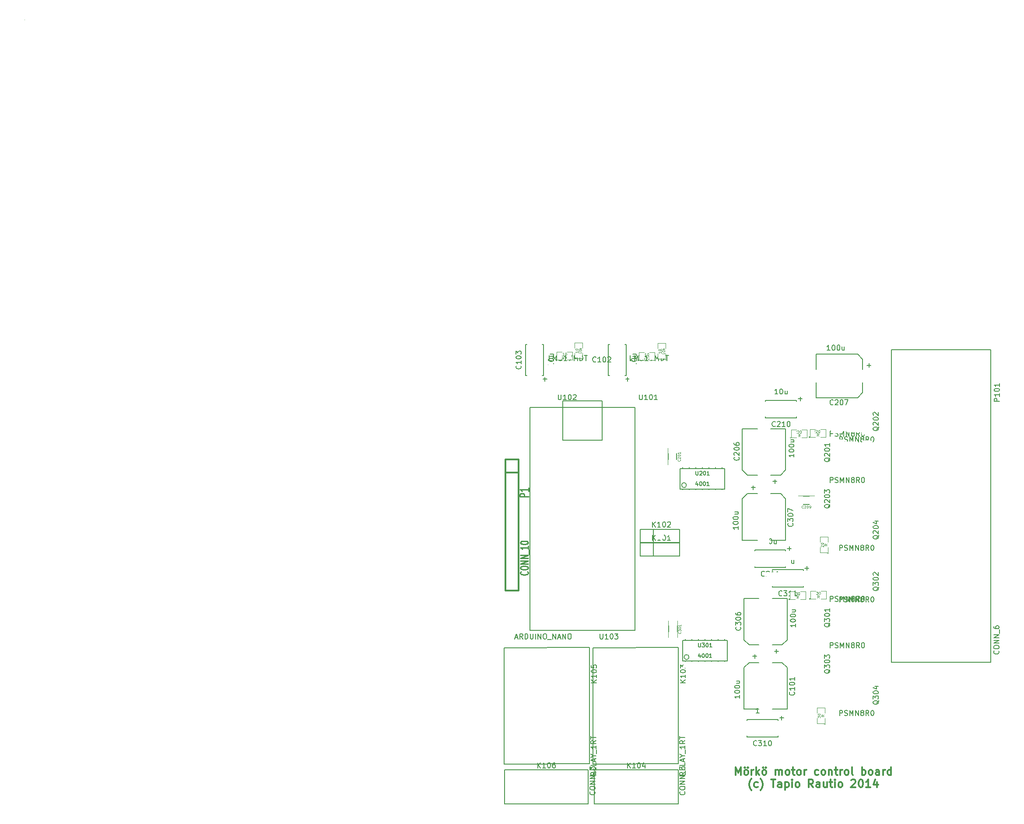
<source format=gto>
G04 (created by PCBNEW (2013-07-07 BZR 4022)-stable) date 30/10/2014 17:58:33*
%MOIN*%
G04 Gerber Fmt 3.4, Leading zero omitted, Abs format*
%FSLAX34Y34*%
G01*
G70*
G90*
G04 APERTURE LIST*
%ADD10C,0.00590551*%
%ADD11C,0.011811*%
%ADD12C,0.005*%
%ADD13C,0.0039*%
%ADD14C,0.006*%
%ADD15C,0.012*%
%ADD16C,2.75591e-007*%
%ADD17C,0.0059*%
%ADD18C,0.0043*%
%ADD19C,0.0047*%
%ADD20C,0.0107*%
%ADD21C,0.01*%
%ADD22R,0.224409X0.216535*%
%ADD23R,0.0748031X0.0551181*%
%ADD24R,0.127953X0.17126*%
%ADD25R,0.0767717X0.202756*%
%ADD26R,0.0826772X0.0314961*%
%ADD27R,0.0787402X0.0275591*%
%ADD28R,0.025X0.05*%
%ADD29R,0.055X0.035*%
%ADD30R,0.035X0.055*%
%ADD31R,0.06X0.06*%
%ADD32C,0.06*%
%ADD33C,0.11811*%
%ADD34R,0.0787402X0.173228*%
%ADD35R,0.173228X0.0787402*%
%ADD36R,0.114173X0.0944882*%
%ADD37R,0.0944882X0.114173*%
%ADD38R,0.071X0.063*%
%ADD39R,0.063X0.071*%
%ADD40O,0.11811X0.0708661*%
%ADD41O,0.11811X0.11811*%
%ADD42R,0.055X0.055*%
%ADD43C,0.055*%
G04 APERTURE END LIST*
G54D10*
G54D11*
X54180Y-57589D02*
X54180Y-56998D01*
X54377Y-57420D01*
X54574Y-56998D01*
X54574Y-57589D01*
X54939Y-57589D02*
X54883Y-57560D01*
X54855Y-57532D01*
X54827Y-57476D01*
X54827Y-57307D01*
X54855Y-57251D01*
X54883Y-57223D01*
X54939Y-57195D01*
X55024Y-57195D01*
X55080Y-57223D01*
X55108Y-57251D01*
X55136Y-57307D01*
X55136Y-57476D01*
X55108Y-57532D01*
X55080Y-57560D01*
X55024Y-57589D01*
X54939Y-57589D01*
X54883Y-56998D02*
X54911Y-57026D01*
X54883Y-57054D01*
X54855Y-57026D01*
X54883Y-56998D01*
X54883Y-57054D01*
X55108Y-56998D02*
X55136Y-57026D01*
X55108Y-57054D01*
X55080Y-57026D01*
X55108Y-56998D01*
X55108Y-57054D01*
X55389Y-57589D02*
X55389Y-57195D01*
X55389Y-57307D02*
X55417Y-57251D01*
X55445Y-57223D01*
X55502Y-57195D01*
X55558Y-57195D01*
X55755Y-57589D02*
X55755Y-56998D01*
X55811Y-57364D02*
X55980Y-57589D01*
X55980Y-57195D02*
X55755Y-57420D01*
X56317Y-57589D02*
X56261Y-57560D01*
X56233Y-57532D01*
X56205Y-57476D01*
X56205Y-57307D01*
X56233Y-57251D01*
X56261Y-57223D01*
X56317Y-57195D01*
X56402Y-57195D01*
X56458Y-57223D01*
X56486Y-57251D01*
X56514Y-57307D01*
X56514Y-57476D01*
X56486Y-57532D01*
X56458Y-57560D01*
X56402Y-57589D01*
X56317Y-57589D01*
X56261Y-56998D02*
X56289Y-57026D01*
X56261Y-57054D01*
X56233Y-57026D01*
X56261Y-56998D01*
X56261Y-57054D01*
X56486Y-56998D02*
X56514Y-57026D01*
X56486Y-57054D01*
X56458Y-57026D01*
X56486Y-56998D01*
X56486Y-57054D01*
X57217Y-57589D02*
X57217Y-57195D01*
X57217Y-57251D02*
X57245Y-57223D01*
X57301Y-57195D01*
X57386Y-57195D01*
X57442Y-57223D01*
X57470Y-57279D01*
X57470Y-57589D01*
X57470Y-57279D02*
X57498Y-57223D01*
X57555Y-57195D01*
X57639Y-57195D01*
X57695Y-57223D01*
X57723Y-57279D01*
X57723Y-57589D01*
X58089Y-57589D02*
X58033Y-57560D01*
X58004Y-57532D01*
X57976Y-57476D01*
X57976Y-57307D01*
X58004Y-57251D01*
X58033Y-57223D01*
X58089Y-57195D01*
X58173Y-57195D01*
X58229Y-57223D01*
X58258Y-57251D01*
X58286Y-57307D01*
X58286Y-57476D01*
X58258Y-57532D01*
X58229Y-57560D01*
X58173Y-57589D01*
X58089Y-57589D01*
X58454Y-57195D02*
X58679Y-57195D01*
X58539Y-56998D02*
X58539Y-57504D01*
X58567Y-57560D01*
X58623Y-57589D01*
X58679Y-57589D01*
X58961Y-57589D02*
X58904Y-57560D01*
X58876Y-57532D01*
X58848Y-57476D01*
X58848Y-57307D01*
X58876Y-57251D01*
X58904Y-57223D01*
X58961Y-57195D01*
X59045Y-57195D01*
X59101Y-57223D01*
X59129Y-57251D01*
X59157Y-57307D01*
X59157Y-57476D01*
X59129Y-57532D01*
X59101Y-57560D01*
X59045Y-57589D01*
X58961Y-57589D01*
X59411Y-57589D02*
X59411Y-57195D01*
X59411Y-57307D02*
X59439Y-57251D01*
X59467Y-57223D01*
X59523Y-57195D01*
X59579Y-57195D01*
X60479Y-57560D02*
X60423Y-57589D01*
X60310Y-57589D01*
X60254Y-57560D01*
X60226Y-57532D01*
X60198Y-57476D01*
X60198Y-57307D01*
X60226Y-57251D01*
X60254Y-57223D01*
X60310Y-57195D01*
X60423Y-57195D01*
X60479Y-57223D01*
X60817Y-57589D02*
X60760Y-57560D01*
X60732Y-57532D01*
X60704Y-57476D01*
X60704Y-57307D01*
X60732Y-57251D01*
X60760Y-57223D01*
X60817Y-57195D01*
X60901Y-57195D01*
X60957Y-57223D01*
X60985Y-57251D01*
X61013Y-57307D01*
X61013Y-57476D01*
X60985Y-57532D01*
X60957Y-57560D01*
X60901Y-57589D01*
X60817Y-57589D01*
X61267Y-57195D02*
X61267Y-57589D01*
X61267Y-57251D02*
X61295Y-57223D01*
X61351Y-57195D01*
X61435Y-57195D01*
X61492Y-57223D01*
X61520Y-57279D01*
X61520Y-57589D01*
X61716Y-57195D02*
X61941Y-57195D01*
X61801Y-56998D02*
X61801Y-57504D01*
X61829Y-57560D01*
X61885Y-57589D01*
X61941Y-57589D01*
X62138Y-57589D02*
X62138Y-57195D01*
X62138Y-57307D02*
X62166Y-57251D01*
X62195Y-57223D01*
X62251Y-57195D01*
X62307Y-57195D01*
X62588Y-57589D02*
X62532Y-57560D01*
X62504Y-57532D01*
X62476Y-57476D01*
X62476Y-57307D01*
X62504Y-57251D01*
X62532Y-57223D01*
X62588Y-57195D01*
X62673Y-57195D01*
X62729Y-57223D01*
X62757Y-57251D01*
X62785Y-57307D01*
X62785Y-57476D01*
X62757Y-57532D01*
X62729Y-57560D01*
X62673Y-57589D01*
X62588Y-57589D01*
X63123Y-57589D02*
X63066Y-57560D01*
X63038Y-57504D01*
X63038Y-56998D01*
X63797Y-57589D02*
X63797Y-56998D01*
X63797Y-57223D02*
X63854Y-57195D01*
X63966Y-57195D01*
X64022Y-57223D01*
X64051Y-57251D01*
X64079Y-57307D01*
X64079Y-57476D01*
X64051Y-57532D01*
X64022Y-57560D01*
X63966Y-57589D01*
X63854Y-57589D01*
X63797Y-57560D01*
X64416Y-57589D02*
X64360Y-57560D01*
X64332Y-57532D01*
X64304Y-57476D01*
X64304Y-57307D01*
X64332Y-57251D01*
X64360Y-57223D01*
X64416Y-57195D01*
X64501Y-57195D01*
X64557Y-57223D01*
X64585Y-57251D01*
X64613Y-57307D01*
X64613Y-57476D01*
X64585Y-57532D01*
X64557Y-57560D01*
X64501Y-57589D01*
X64416Y-57589D01*
X65119Y-57589D02*
X65119Y-57279D01*
X65091Y-57223D01*
X65035Y-57195D01*
X64922Y-57195D01*
X64866Y-57223D01*
X65119Y-57560D02*
X65063Y-57589D01*
X64922Y-57589D01*
X64866Y-57560D01*
X64838Y-57504D01*
X64838Y-57448D01*
X64866Y-57392D01*
X64922Y-57364D01*
X65063Y-57364D01*
X65119Y-57335D01*
X65400Y-57589D02*
X65400Y-57195D01*
X65400Y-57307D02*
X65429Y-57251D01*
X65457Y-57223D01*
X65513Y-57195D01*
X65569Y-57195D01*
X66019Y-57589D02*
X66019Y-56998D01*
X66019Y-57560D02*
X65963Y-57589D01*
X65850Y-57589D01*
X65794Y-57560D01*
X65766Y-57532D01*
X65738Y-57476D01*
X65738Y-57307D01*
X65766Y-57251D01*
X65794Y-57223D01*
X65850Y-57195D01*
X65963Y-57195D01*
X66019Y-57223D01*
X55389Y-58758D02*
X55361Y-58730D01*
X55305Y-58646D01*
X55277Y-58590D01*
X55249Y-58505D01*
X55220Y-58365D01*
X55220Y-58252D01*
X55249Y-58112D01*
X55277Y-58027D01*
X55305Y-57971D01*
X55361Y-57887D01*
X55389Y-57858D01*
X55867Y-58505D02*
X55811Y-58533D01*
X55698Y-58533D01*
X55642Y-58505D01*
X55614Y-58477D01*
X55586Y-58421D01*
X55586Y-58252D01*
X55614Y-58196D01*
X55642Y-58168D01*
X55698Y-58140D01*
X55811Y-58140D01*
X55867Y-58168D01*
X56064Y-58758D02*
X56092Y-58730D01*
X56148Y-58646D01*
X56177Y-58590D01*
X56205Y-58505D01*
X56233Y-58365D01*
X56233Y-58252D01*
X56205Y-58112D01*
X56177Y-58027D01*
X56148Y-57971D01*
X56092Y-57887D01*
X56064Y-57858D01*
X56880Y-57943D02*
X57217Y-57943D01*
X57048Y-58533D02*
X57048Y-57943D01*
X57667Y-58533D02*
X57667Y-58224D01*
X57639Y-58168D01*
X57583Y-58140D01*
X57470Y-58140D01*
X57414Y-58168D01*
X57667Y-58505D02*
X57611Y-58533D01*
X57470Y-58533D01*
X57414Y-58505D01*
X57386Y-58449D01*
X57386Y-58393D01*
X57414Y-58337D01*
X57470Y-58308D01*
X57611Y-58308D01*
X57667Y-58280D01*
X57948Y-58140D02*
X57948Y-58730D01*
X57948Y-58168D02*
X58004Y-58140D01*
X58117Y-58140D01*
X58173Y-58168D01*
X58201Y-58196D01*
X58229Y-58252D01*
X58229Y-58421D01*
X58201Y-58477D01*
X58173Y-58505D01*
X58117Y-58533D01*
X58004Y-58533D01*
X57948Y-58505D01*
X58483Y-58533D02*
X58483Y-58140D01*
X58483Y-57943D02*
X58454Y-57971D01*
X58483Y-57999D01*
X58511Y-57971D01*
X58483Y-57943D01*
X58483Y-57999D01*
X58848Y-58533D02*
X58792Y-58505D01*
X58764Y-58477D01*
X58736Y-58421D01*
X58736Y-58252D01*
X58764Y-58196D01*
X58792Y-58168D01*
X58848Y-58140D01*
X58932Y-58140D01*
X58989Y-58168D01*
X59017Y-58196D01*
X59045Y-58252D01*
X59045Y-58421D01*
X59017Y-58477D01*
X58989Y-58505D01*
X58932Y-58533D01*
X58848Y-58533D01*
X60085Y-58533D02*
X59889Y-58252D01*
X59748Y-58533D02*
X59748Y-57943D01*
X59973Y-57943D01*
X60029Y-57971D01*
X60057Y-57999D01*
X60085Y-58055D01*
X60085Y-58140D01*
X60057Y-58196D01*
X60029Y-58224D01*
X59973Y-58252D01*
X59748Y-58252D01*
X60592Y-58533D02*
X60592Y-58224D01*
X60564Y-58168D01*
X60507Y-58140D01*
X60395Y-58140D01*
X60339Y-58168D01*
X60592Y-58505D02*
X60535Y-58533D01*
X60395Y-58533D01*
X60339Y-58505D01*
X60310Y-58449D01*
X60310Y-58393D01*
X60339Y-58337D01*
X60395Y-58308D01*
X60535Y-58308D01*
X60592Y-58280D01*
X61126Y-58140D02*
X61126Y-58533D01*
X60873Y-58140D02*
X60873Y-58449D01*
X60901Y-58505D01*
X60957Y-58533D01*
X61042Y-58533D01*
X61098Y-58505D01*
X61126Y-58477D01*
X61323Y-58140D02*
X61548Y-58140D01*
X61407Y-57943D02*
X61407Y-58449D01*
X61435Y-58505D01*
X61492Y-58533D01*
X61548Y-58533D01*
X61745Y-58533D02*
X61745Y-58140D01*
X61745Y-57943D02*
X61716Y-57971D01*
X61745Y-57999D01*
X61773Y-57971D01*
X61745Y-57943D01*
X61745Y-57999D01*
X62110Y-58533D02*
X62054Y-58505D01*
X62026Y-58477D01*
X61998Y-58421D01*
X61998Y-58252D01*
X62026Y-58196D01*
X62054Y-58168D01*
X62110Y-58140D01*
X62195Y-58140D01*
X62251Y-58168D01*
X62279Y-58196D01*
X62307Y-58252D01*
X62307Y-58421D01*
X62279Y-58477D01*
X62251Y-58505D01*
X62195Y-58533D01*
X62110Y-58533D01*
X62982Y-57999D02*
X63010Y-57971D01*
X63066Y-57943D01*
X63207Y-57943D01*
X63263Y-57971D01*
X63291Y-57999D01*
X63319Y-58055D01*
X63319Y-58112D01*
X63291Y-58196D01*
X62954Y-58533D01*
X63319Y-58533D01*
X63685Y-57943D02*
X63741Y-57943D01*
X63797Y-57971D01*
X63826Y-57999D01*
X63854Y-58055D01*
X63882Y-58168D01*
X63882Y-58308D01*
X63854Y-58421D01*
X63826Y-58477D01*
X63797Y-58505D01*
X63741Y-58533D01*
X63685Y-58533D01*
X63629Y-58505D01*
X63601Y-58477D01*
X63573Y-58421D01*
X63544Y-58308D01*
X63544Y-58168D01*
X63573Y-58055D01*
X63601Y-57999D01*
X63629Y-57971D01*
X63685Y-57943D01*
X64444Y-58533D02*
X64107Y-58533D01*
X64276Y-58533D02*
X64276Y-57943D01*
X64219Y-58027D01*
X64163Y-58083D01*
X64107Y-58112D01*
X64950Y-58140D02*
X64950Y-58533D01*
X64810Y-57915D02*
X64669Y-58337D01*
X65035Y-58337D01*
G54D12*
X50150Y-47330D02*
X50150Y-48890D01*
X50150Y-48890D02*
X53550Y-48890D01*
X53550Y-48890D02*
X53550Y-47330D01*
X53550Y-47330D02*
X50150Y-47330D01*
X50850Y-47330D02*
X50850Y-46900D01*
X51350Y-47330D02*
X51350Y-46900D01*
X51850Y-47330D02*
X51850Y-46900D01*
X50350Y-47330D02*
X50350Y-46900D01*
X52350Y-46900D02*
X52350Y-47330D01*
X52850Y-46900D02*
X52850Y-47330D01*
X53350Y-46900D02*
X53350Y-47330D01*
X53350Y-48890D02*
X53350Y-49320D01*
X52850Y-48890D02*
X52850Y-49320D01*
X50350Y-48890D02*
X50350Y-49320D01*
X50850Y-49320D02*
X50850Y-48890D01*
X52350Y-49320D02*
X52350Y-48890D01*
X51850Y-49320D02*
X51850Y-48890D01*
X51350Y-49320D02*
X51350Y-48890D01*
X50626Y-48600D02*
G75*
G03X50626Y-48600I-186J0D01*
G74*
G01*
X49953Y-34220D02*
X49953Y-35780D01*
X49953Y-35780D02*
X53353Y-35780D01*
X53353Y-35780D02*
X53353Y-34220D01*
X53353Y-34220D02*
X49953Y-34220D01*
X50653Y-34220D02*
X50653Y-33790D01*
X51153Y-34220D02*
X51153Y-33790D01*
X51653Y-34220D02*
X51653Y-33790D01*
X50153Y-34220D02*
X50153Y-33790D01*
X52153Y-33790D02*
X52153Y-34220D01*
X52653Y-33790D02*
X52653Y-34220D01*
X53153Y-33790D02*
X53153Y-34220D01*
X53153Y-35780D02*
X53153Y-36210D01*
X52653Y-35780D02*
X52653Y-36210D01*
X50153Y-35780D02*
X50153Y-36210D01*
X50653Y-36210D02*
X50653Y-35780D01*
X52153Y-36210D02*
X52153Y-35780D01*
X51653Y-36210D02*
X51653Y-35780D01*
X51153Y-36210D02*
X51153Y-35780D01*
X50429Y-35490D02*
G75*
G03X50429Y-35490I-186J0D01*
G74*
G01*
G54D13*
X42554Y-25886D02*
G75*
G03X42554Y-25886I-50J0D01*
G74*
G01*
X42504Y-25436D02*
X42504Y-25836D01*
X42504Y-25836D02*
X41904Y-25836D01*
X41904Y-25836D02*
X41904Y-25436D01*
X41904Y-25036D02*
X41904Y-24636D01*
X41904Y-24636D02*
X42504Y-24636D01*
X42504Y-24636D02*
X42504Y-25036D01*
X61019Y-53720D02*
G75*
G03X61019Y-53720I-50J0D01*
G74*
G01*
X60969Y-53270D02*
X60969Y-53670D01*
X60969Y-53670D02*
X60369Y-53670D01*
X60369Y-53670D02*
X60369Y-53270D01*
X60369Y-52870D02*
X60369Y-52470D01*
X60369Y-52470D02*
X60969Y-52470D01*
X60969Y-52470D02*
X60969Y-52870D01*
X59872Y-44158D02*
G75*
G03X59872Y-44158I-50J0D01*
G74*
G01*
X60272Y-44158D02*
X59872Y-44158D01*
X59872Y-44158D02*
X59872Y-43558D01*
X59872Y-43558D02*
X60272Y-43558D01*
X60672Y-43558D02*
X61072Y-43558D01*
X61072Y-43558D02*
X61072Y-44158D01*
X61072Y-44158D02*
X60672Y-44158D01*
X58297Y-44197D02*
G75*
G03X58297Y-44197I-50J0D01*
G74*
G01*
X58697Y-44197D02*
X58297Y-44197D01*
X58297Y-44197D02*
X58297Y-43597D01*
X58297Y-43597D02*
X58697Y-43597D01*
X59097Y-43597D02*
X59497Y-43597D01*
X59497Y-43597D02*
X59497Y-44197D01*
X59497Y-44197D02*
X59097Y-44197D01*
X40541Y-25929D02*
G75*
G03X40541Y-25929I-50J0D01*
G74*
G01*
X40941Y-25929D02*
X40541Y-25929D01*
X40541Y-25929D02*
X40541Y-25329D01*
X40541Y-25329D02*
X40941Y-25329D01*
X41341Y-25329D02*
X41741Y-25329D01*
X41741Y-25329D02*
X41741Y-25929D01*
X41741Y-25929D02*
X41341Y-25929D01*
X48893Y-25925D02*
G75*
G03X48893Y-25925I-50J0D01*
G74*
G01*
X48843Y-25475D02*
X48843Y-25875D01*
X48843Y-25875D02*
X48243Y-25875D01*
X48243Y-25875D02*
X48243Y-25475D01*
X48243Y-25075D02*
X48243Y-24675D01*
X48243Y-24675D02*
X48843Y-24675D01*
X48843Y-24675D02*
X48843Y-25075D01*
X46801Y-25969D02*
G75*
G03X46801Y-25969I-50J0D01*
G74*
G01*
X47201Y-25969D02*
X46801Y-25969D01*
X46801Y-25969D02*
X46801Y-25369D01*
X46801Y-25369D02*
X47201Y-25369D01*
X47601Y-25369D02*
X48001Y-25369D01*
X48001Y-25369D02*
X48001Y-25969D01*
X48001Y-25969D02*
X47601Y-25969D01*
X61255Y-40689D02*
G75*
G03X61255Y-40689I-50J0D01*
G74*
G01*
X61205Y-40239D02*
X61205Y-40639D01*
X61205Y-40639D02*
X60605Y-40639D01*
X60605Y-40639D02*
X60605Y-40239D01*
X60605Y-39839D02*
X60605Y-39439D01*
X60605Y-39439D02*
X61205Y-39439D01*
X61205Y-39439D02*
X61205Y-39839D01*
X59833Y-31835D02*
G75*
G03X59833Y-31835I-50J0D01*
G74*
G01*
X60233Y-31835D02*
X59833Y-31835D01*
X59833Y-31835D02*
X59833Y-31235D01*
X59833Y-31235D02*
X60233Y-31235D01*
X60633Y-31235D02*
X61033Y-31235D01*
X61033Y-31235D02*
X61033Y-31835D01*
X61033Y-31835D02*
X60633Y-31835D01*
X58415Y-31874D02*
G75*
G03X58415Y-31874I-50J0D01*
G74*
G01*
X58815Y-31874D02*
X58415Y-31874D01*
X58415Y-31874D02*
X58415Y-31274D01*
X58415Y-31274D02*
X58815Y-31274D01*
X59215Y-31274D02*
X59615Y-31274D01*
X59615Y-31274D02*
X59615Y-31874D01*
X59615Y-31874D02*
X59215Y-31874D01*
G54D14*
X46925Y-39870D02*
X46925Y-38870D01*
X46925Y-38870D02*
X49925Y-38870D01*
X49925Y-38870D02*
X49925Y-39870D01*
X49925Y-39870D02*
X46925Y-39870D01*
X47925Y-38870D02*
X47925Y-39870D01*
X46925Y-40893D02*
X46925Y-39893D01*
X46925Y-39893D02*
X49925Y-39893D01*
X49925Y-39893D02*
X49925Y-40893D01*
X49925Y-40893D02*
X46925Y-40893D01*
X47925Y-39893D02*
X47925Y-40893D01*
G54D10*
X43031Y-47874D02*
X43031Y-56732D01*
X43031Y-56732D02*
X36535Y-56751D01*
X36535Y-56751D02*
X36535Y-47893D01*
X36535Y-47893D02*
X43031Y-47874D01*
X49803Y-47874D02*
X49803Y-56732D01*
X49803Y-56732D02*
X43307Y-56751D01*
X43307Y-56751D02*
X43307Y-47893D01*
X43307Y-47893D02*
X49803Y-47874D01*
X55944Y-52559D02*
X54803Y-52559D01*
X54803Y-52559D02*
X54803Y-49409D01*
X54803Y-49409D02*
X55196Y-49015D01*
X55196Y-49015D02*
X55944Y-49015D01*
X56968Y-52559D02*
X58110Y-52559D01*
X58110Y-52559D02*
X58110Y-49409D01*
X58110Y-49409D02*
X57716Y-49015D01*
X57716Y-49015D02*
X56968Y-49015D01*
X56850Y-31181D02*
X57992Y-31181D01*
X57992Y-31181D02*
X57992Y-34330D01*
X57992Y-34330D02*
X57598Y-34724D01*
X57598Y-34724D02*
X56850Y-34724D01*
X55826Y-31181D02*
X54685Y-31181D01*
X54685Y-31181D02*
X54685Y-34330D01*
X54685Y-34330D02*
X55078Y-34724D01*
X55078Y-34724D02*
X55826Y-34724D01*
X60314Y-26653D02*
X60314Y-25511D01*
X60314Y-25511D02*
X63464Y-25511D01*
X63464Y-25511D02*
X63858Y-25905D01*
X63858Y-25905D02*
X63858Y-26653D01*
X60314Y-27677D02*
X60314Y-28818D01*
X60314Y-28818D02*
X63464Y-28818D01*
X63464Y-28818D02*
X63858Y-28425D01*
X63858Y-28425D02*
X63858Y-27677D01*
X56968Y-44133D02*
X58110Y-44133D01*
X58110Y-44133D02*
X58110Y-47283D01*
X58110Y-47283D02*
X57716Y-47677D01*
X57716Y-47677D02*
X56968Y-47677D01*
X55944Y-44133D02*
X54803Y-44133D01*
X54803Y-44133D02*
X54803Y-47283D01*
X54803Y-47283D02*
X55196Y-47677D01*
X55196Y-47677D02*
X55944Y-47677D01*
X55826Y-39685D02*
X54685Y-39685D01*
X54685Y-39685D02*
X54685Y-36535D01*
X54685Y-36535D02*
X55078Y-36141D01*
X55078Y-36141D02*
X55826Y-36141D01*
X56850Y-39685D02*
X57992Y-39685D01*
X57992Y-39685D02*
X57992Y-36535D01*
X57992Y-36535D02*
X57598Y-36141D01*
X57598Y-36141D02*
X56850Y-36141D01*
X55039Y-53346D02*
X55039Y-53425D01*
X57401Y-53346D02*
X57401Y-53425D01*
X57401Y-54685D02*
X57401Y-54606D01*
X55039Y-54606D02*
X55039Y-54685D01*
X55039Y-54685D02*
X57401Y-54685D01*
X57401Y-53346D02*
X55039Y-53346D01*
X56968Y-41929D02*
X56968Y-42007D01*
X59330Y-41929D02*
X59330Y-42007D01*
X59330Y-43267D02*
X59330Y-43188D01*
X56968Y-43188D02*
X56968Y-43267D01*
X56968Y-43267D02*
X59330Y-43267D01*
X59330Y-41929D02*
X56968Y-41929D01*
X56456Y-29015D02*
X56456Y-29094D01*
X58818Y-29015D02*
X58818Y-29094D01*
X58818Y-30354D02*
X58818Y-30275D01*
X56456Y-30275D02*
X56456Y-30354D01*
X56456Y-30354D02*
X58818Y-30354D01*
X58818Y-29015D02*
X56456Y-29015D01*
X45826Y-24763D02*
X45748Y-24763D01*
X45826Y-27125D02*
X45748Y-27125D01*
X44488Y-27125D02*
X44566Y-27125D01*
X44566Y-24763D02*
X44488Y-24763D01*
X44488Y-24763D02*
X44488Y-27125D01*
X45826Y-27125D02*
X45826Y-24763D01*
X39527Y-24763D02*
X39448Y-24763D01*
X39527Y-27125D02*
X39448Y-27125D01*
X38188Y-27125D02*
X38267Y-27125D01*
X38267Y-24763D02*
X38188Y-24763D01*
X38188Y-24763D02*
X38188Y-27125D01*
X39527Y-27125D02*
X39527Y-24763D01*
X55629Y-40433D02*
X55629Y-40511D01*
X57992Y-40433D02*
X57992Y-40511D01*
X57992Y-41771D02*
X57992Y-41692D01*
X55629Y-41692D02*
X55629Y-41771D01*
X55629Y-41771D02*
X57992Y-41771D01*
X57992Y-40433D02*
X55629Y-40433D01*
G54D12*
X49089Y-46906D02*
X49729Y-46906D01*
X49729Y-46006D02*
X49089Y-46006D01*
X49729Y-45826D02*
X49089Y-45826D01*
X49089Y-45826D02*
X49089Y-47086D01*
X49089Y-47086D02*
X49729Y-47086D01*
X49729Y-47086D02*
X49729Y-45826D01*
X59116Y-36333D02*
X59116Y-36973D01*
X60016Y-36973D02*
X60016Y-36333D01*
X60196Y-36973D02*
X60196Y-36333D01*
X60196Y-36333D02*
X58936Y-36333D01*
X58936Y-36333D02*
X58936Y-36973D01*
X58936Y-36973D02*
X60196Y-36973D01*
X49050Y-33757D02*
X49690Y-33757D01*
X49690Y-32857D02*
X49050Y-32857D01*
X49690Y-32677D02*
X49050Y-32677D01*
X49050Y-32677D02*
X49050Y-33937D01*
X49050Y-33937D02*
X49690Y-33937D01*
X49690Y-33937D02*
X49690Y-32677D01*
G54D10*
X41019Y-29055D02*
X44019Y-29055D01*
X44019Y-32055D02*
X41019Y-32055D01*
X41019Y-29055D02*
X41019Y-32055D01*
X44019Y-32055D02*
X44019Y-29055D01*
X46519Y-46555D02*
X38519Y-46555D01*
X38519Y-46555D02*
X38519Y-29555D01*
X38519Y-29555D02*
X46519Y-29555D01*
X46519Y-29555D02*
X46519Y-46555D01*
X66038Y-25173D02*
X66043Y-48998D01*
X66043Y-48998D02*
X73613Y-48998D01*
X73613Y-48998D02*
X73613Y-25153D01*
X73613Y-25153D02*
X66038Y-25173D01*
X43425Y-59803D02*
X49803Y-59803D01*
X49803Y-59803D02*
X49803Y-57204D01*
X49803Y-57204D02*
X43425Y-57204D01*
X43425Y-57204D02*
X43425Y-59803D01*
X36574Y-59803D02*
X42952Y-59803D01*
X42952Y-59803D02*
X42952Y-57204D01*
X42952Y-57204D02*
X36574Y-57204D01*
X36574Y-57204D02*
X36574Y-59803D01*
G54D15*
X36635Y-33545D02*
X37635Y-33545D01*
X37635Y-33545D02*
X37635Y-43545D01*
X37635Y-43545D02*
X36635Y-43545D01*
X36635Y-43545D02*
X36635Y-33545D01*
X36635Y-34545D02*
X37635Y-34545D01*
G54D16*
X0Y0D02*
X0Y0D01*
X0Y0D02*
X0Y0D01*
X0Y0D01*
X0Y0D02*
X0Y0D01*
X0Y0D01*
X0Y0D01*
X0Y0D01*
X0Y0D01*
X0Y0D01*
X0Y0D01*
X0Y0D01*
X0Y0D01*
X0Y0D01*
X0Y0D01*
X0Y0D01*
X0Y0D01*
X0Y0D01*
X0Y0D01*
X0Y0D01*
X0Y0D01*
X0Y0D01*
X0Y0D01*
X0Y0D02*
X0Y0D01*
X0Y0D02*
X0Y0D01*
X0Y0D02*
X0Y0D01*
X0Y0D01*
X0Y0D01*
X0Y0D01*
X0Y0D01*
X0Y0D01*
X0Y0D01*
X0Y0D01*
X0Y0D01*
X0Y0D02*
X0Y0D01*
X0Y0D01*
X0Y0D01*
X0Y0D01*
X0Y0D01*
X0Y0D01*
X0Y0D01*
X0Y0D01*
X0Y0D01*
X0Y0D01*
X0Y0D01*
X0Y0D01*
X0Y0D01*
X0Y0D01*
X0Y0D01*
X0Y0D01*
X0Y0D01*
X0Y0D01*
X0Y0D02*
X0Y0D01*
X0Y0D01*
X0Y0D02*
X0Y0D01*
X0Y0D02*
X0Y0D01*
X0Y0D01*
X0Y0D02*
X0Y0D01*
X0Y0D01*
X0Y0D02*
X0Y0D01*
X0Y0D02*
X0Y0D01*
X0Y0D01*
X0Y0D02*
X0Y0D01*
X0Y0D01*
X0Y0D02*
X0Y0D01*
X0Y0D02*
X0Y0D01*
X0Y0D01*
X0Y0D02*
X0Y0D01*
X0Y0D01*
G54D10*
X40663Y-28584D02*
X40663Y-28903D01*
X40682Y-28940D01*
X40701Y-28959D01*
X40738Y-28978D01*
X40813Y-28978D01*
X40851Y-28959D01*
X40869Y-28940D01*
X40888Y-28903D01*
X40888Y-28584D01*
X41282Y-28978D02*
X41057Y-28978D01*
X41169Y-28978D02*
X41169Y-28584D01*
X41132Y-28640D01*
X41094Y-28678D01*
X41057Y-28697D01*
X41526Y-28584D02*
X41563Y-28584D01*
X41601Y-28603D01*
X41619Y-28622D01*
X41638Y-28659D01*
X41657Y-28734D01*
X41657Y-28828D01*
X41638Y-28903D01*
X41619Y-28940D01*
X41601Y-28959D01*
X41563Y-28978D01*
X41526Y-28978D01*
X41488Y-28959D01*
X41469Y-28940D01*
X41451Y-28903D01*
X41432Y-28828D01*
X41432Y-28734D01*
X41451Y-28659D01*
X41469Y-28622D01*
X41488Y-28603D01*
X41526Y-28584D01*
X41807Y-28622D02*
X41826Y-28603D01*
X41863Y-28584D01*
X41957Y-28584D01*
X41994Y-28603D01*
X42013Y-28622D01*
X42032Y-28659D01*
X42032Y-28697D01*
X42013Y-28753D01*
X41788Y-28978D01*
X42032Y-28978D01*
X40160Y-25986D02*
X39972Y-25986D01*
X39972Y-25592D01*
X40291Y-25986D02*
X40291Y-25592D01*
X40422Y-25873D01*
X40553Y-25592D01*
X40553Y-25986D01*
X40703Y-25592D02*
X40947Y-25592D01*
X40816Y-25742D01*
X40872Y-25742D01*
X40910Y-25761D01*
X40928Y-25779D01*
X40947Y-25817D01*
X40947Y-25911D01*
X40928Y-25948D01*
X40910Y-25967D01*
X40872Y-25986D01*
X40760Y-25986D01*
X40722Y-25967D01*
X40703Y-25948D01*
X41322Y-25986D02*
X41097Y-25986D01*
X41210Y-25986D02*
X41210Y-25592D01*
X41172Y-25648D01*
X41135Y-25686D01*
X41097Y-25704D01*
X41453Y-25592D02*
X41716Y-25592D01*
X41547Y-25986D01*
X41866Y-25986D02*
X41866Y-25592D01*
X41997Y-25873D01*
X42128Y-25592D01*
X42128Y-25986D01*
X42316Y-25986D02*
X42316Y-25592D01*
X42410Y-25592D01*
X42466Y-25611D01*
X42503Y-25648D01*
X42522Y-25686D01*
X42541Y-25761D01*
X42541Y-25817D01*
X42522Y-25892D01*
X42503Y-25929D01*
X42466Y-25967D01*
X42410Y-25986D01*
X42316Y-25986D01*
X42653Y-25592D02*
X42878Y-25592D01*
X42766Y-25986D02*
X42766Y-25592D01*
X46844Y-28584D02*
X46844Y-28903D01*
X46863Y-28940D01*
X46882Y-28959D01*
X46919Y-28978D01*
X46994Y-28978D01*
X47032Y-28959D01*
X47050Y-28940D01*
X47069Y-28903D01*
X47069Y-28584D01*
X47463Y-28978D02*
X47238Y-28978D01*
X47350Y-28978D02*
X47350Y-28584D01*
X47313Y-28640D01*
X47275Y-28678D01*
X47238Y-28697D01*
X47707Y-28584D02*
X47744Y-28584D01*
X47782Y-28603D01*
X47800Y-28622D01*
X47819Y-28659D01*
X47838Y-28734D01*
X47838Y-28828D01*
X47819Y-28903D01*
X47800Y-28940D01*
X47782Y-28959D01*
X47744Y-28978D01*
X47707Y-28978D01*
X47669Y-28959D01*
X47650Y-28940D01*
X47632Y-28903D01*
X47613Y-28828D01*
X47613Y-28734D01*
X47632Y-28659D01*
X47650Y-28622D01*
X47669Y-28603D01*
X47707Y-28584D01*
X48213Y-28978D02*
X47988Y-28978D01*
X48100Y-28978D02*
X48100Y-28584D01*
X48063Y-28640D01*
X48025Y-28678D01*
X47988Y-28697D01*
X46341Y-25986D02*
X46153Y-25986D01*
X46153Y-25592D01*
X46472Y-25986D02*
X46472Y-25592D01*
X46603Y-25873D01*
X46735Y-25592D01*
X46735Y-25986D01*
X46885Y-25592D02*
X47128Y-25592D01*
X46997Y-25742D01*
X47053Y-25742D01*
X47091Y-25761D01*
X47110Y-25779D01*
X47128Y-25817D01*
X47128Y-25911D01*
X47110Y-25948D01*
X47091Y-25967D01*
X47053Y-25986D01*
X46941Y-25986D01*
X46903Y-25967D01*
X46885Y-25948D01*
X47503Y-25986D02*
X47278Y-25986D01*
X47391Y-25986D02*
X47391Y-25592D01*
X47353Y-25648D01*
X47316Y-25686D01*
X47278Y-25704D01*
X47634Y-25592D02*
X47897Y-25592D01*
X47728Y-25986D01*
X48047Y-25986D02*
X48047Y-25592D01*
X48178Y-25873D01*
X48309Y-25592D01*
X48309Y-25986D01*
X48497Y-25986D02*
X48497Y-25592D01*
X48591Y-25592D01*
X48647Y-25611D01*
X48684Y-25648D01*
X48703Y-25686D01*
X48722Y-25761D01*
X48722Y-25817D01*
X48703Y-25892D01*
X48684Y-25929D01*
X48647Y-25967D01*
X48591Y-25986D01*
X48497Y-25986D01*
X48834Y-25592D02*
X49059Y-25592D01*
X48947Y-25986D02*
X48947Y-25592D01*
X65084Y-39310D02*
X65065Y-39347D01*
X65028Y-39385D01*
X64972Y-39441D01*
X64953Y-39478D01*
X64953Y-39516D01*
X65047Y-39497D02*
X65028Y-39535D01*
X64990Y-39572D01*
X64915Y-39591D01*
X64784Y-39591D01*
X64709Y-39572D01*
X64672Y-39535D01*
X64653Y-39497D01*
X64653Y-39422D01*
X64672Y-39385D01*
X64709Y-39347D01*
X64784Y-39328D01*
X64915Y-39328D01*
X64990Y-39347D01*
X65028Y-39385D01*
X65047Y-39422D01*
X65047Y-39497D01*
X64690Y-39178D02*
X64672Y-39160D01*
X64653Y-39122D01*
X64653Y-39028D01*
X64672Y-38991D01*
X64690Y-38972D01*
X64728Y-38953D01*
X64765Y-38953D01*
X64822Y-38972D01*
X65047Y-39197D01*
X65047Y-38953D01*
X64653Y-38710D02*
X64653Y-38672D01*
X64672Y-38635D01*
X64690Y-38616D01*
X64728Y-38597D01*
X64803Y-38578D01*
X64897Y-38578D01*
X64972Y-38597D01*
X65009Y-38616D01*
X65028Y-38635D01*
X65047Y-38672D01*
X65047Y-38710D01*
X65028Y-38747D01*
X65009Y-38766D01*
X64972Y-38785D01*
X64897Y-38803D01*
X64803Y-38803D01*
X64728Y-38785D01*
X64690Y-38766D01*
X64672Y-38747D01*
X64653Y-38710D01*
X64784Y-38241D02*
X65047Y-38241D01*
X64634Y-38335D02*
X64915Y-38428D01*
X64915Y-38185D01*
X62094Y-40456D02*
X62094Y-40063D01*
X62244Y-40063D01*
X62281Y-40082D01*
X62300Y-40100D01*
X62319Y-40138D01*
X62319Y-40194D01*
X62300Y-40232D01*
X62281Y-40250D01*
X62244Y-40269D01*
X62094Y-40269D01*
X62469Y-40438D02*
X62525Y-40456D01*
X62619Y-40456D01*
X62656Y-40438D01*
X62675Y-40419D01*
X62694Y-40382D01*
X62694Y-40344D01*
X62675Y-40307D01*
X62656Y-40288D01*
X62619Y-40269D01*
X62544Y-40250D01*
X62506Y-40232D01*
X62487Y-40213D01*
X62469Y-40175D01*
X62469Y-40138D01*
X62487Y-40100D01*
X62506Y-40082D01*
X62544Y-40063D01*
X62637Y-40063D01*
X62694Y-40082D01*
X62862Y-40456D02*
X62862Y-40063D01*
X62994Y-40344D01*
X63125Y-40063D01*
X63125Y-40456D01*
X63312Y-40456D02*
X63312Y-40063D01*
X63537Y-40456D01*
X63537Y-40063D01*
X63781Y-40232D02*
X63744Y-40213D01*
X63725Y-40194D01*
X63706Y-40157D01*
X63706Y-40138D01*
X63725Y-40100D01*
X63744Y-40082D01*
X63781Y-40063D01*
X63856Y-40063D01*
X63893Y-40082D01*
X63912Y-40100D01*
X63931Y-40138D01*
X63931Y-40157D01*
X63912Y-40194D01*
X63893Y-40213D01*
X63856Y-40232D01*
X63781Y-40232D01*
X63744Y-40250D01*
X63725Y-40269D01*
X63706Y-40307D01*
X63706Y-40382D01*
X63725Y-40419D01*
X63744Y-40438D01*
X63781Y-40456D01*
X63856Y-40456D01*
X63893Y-40438D01*
X63912Y-40419D01*
X63931Y-40382D01*
X63931Y-40307D01*
X63912Y-40269D01*
X63893Y-40250D01*
X63856Y-40232D01*
X64325Y-40456D02*
X64193Y-40269D01*
X64100Y-40456D02*
X64100Y-40063D01*
X64250Y-40063D01*
X64287Y-40082D01*
X64306Y-40100D01*
X64325Y-40138D01*
X64325Y-40194D01*
X64306Y-40232D01*
X64287Y-40250D01*
X64250Y-40269D01*
X64100Y-40269D01*
X64568Y-40063D02*
X64606Y-40063D01*
X64643Y-40082D01*
X64662Y-40100D01*
X64681Y-40138D01*
X64700Y-40213D01*
X64700Y-40307D01*
X64681Y-40382D01*
X64662Y-40419D01*
X64643Y-40438D01*
X64606Y-40456D01*
X64568Y-40456D01*
X64531Y-40438D01*
X64512Y-40419D01*
X64493Y-40382D01*
X64475Y-40307D01*
X64475Y-40213D01*
X64493Y-40138D01*
X64512Y-40100D01*
X64531Y-40082D01*
X64568Y-40063D01*
X61372Y-46002D02*
X61353Y-46040D01*
X61315Y-46077D01*
X61259Y-46134D01*
X61240Y-46171D01*
X61240Y-46209D01*
X61334Y-46190D02*
X61315Y-46227D01*
X61278Y-46265D01*
X61203Y-46284D01*
X61072Y-46284D01*
X60997Y-46265D01*
X60959Y-46227D01*
X60940Y-46190D01*
X60940Y-46115D01*
X60959Y-46077D01*
X60997Y-46040D01*
X61072Y-46021D01*
X61203Y-46021D01*
X61278Y-46040D01*
X61315Y-46077D01*
X61334Y-46115D01*
X61334Y-46190D01*
X60940Y-45890D02*
X60940Y-45646D01*
X61090Y-45778D01*
X61090Y-45721D01*
X61109Y-45684D01*
X61128Y-45665D01*
X61165Y-45646D01*
X61259Y-45646D01*
X61297Y-45665D01*
X61315Y-45684D01*
X61334Y-45721D01*
X61334Y-45834D01*
X61315Y-45871D01*
X61297Y-45890D01*
X60940Y-45403D02*
X60940Y-45365D01*
X60959Y-45328D01*
X60978Y-45309D01*
X61015Y-45290D01*
X61090Y-45271D01*
X61184Y-45271D01*
X61259Y-45290D01*
X61297Y-45309D01*
X61315Y-45328D01*
X61334Y-45365D01*
X61334Y-45403D01*
X61315Y-45440D01*
X61297Y-45459D01*
X61259Y-45478D01*
X61184Y-45496D01*
X61090Y-45496D01*
X61015Y-45478D01*
X60978Y-45459D01*
X60959Y-45440D01*
X60940Y-45403D01*
X61334Y-44896D02*
X61334Y-45121D01*
X61334Y-45009D02*
X60940Y-45009D01*
X60997Y-45046D01*
X61034Y-45084D01*
X61053Y-45121D01*
X61381Y-44349D02*
X61381Y-43956D01*
X61531Y-43956D01*
X61569Y-43974D01*
X61587Y-43993D01*
X61606Y-44031D01*
X61606Y-44087D01*
X61587Y-44124D01*
X61569Y-44143D01*
X61531Y-44162D01*
X61381Y-44162D01*
X61756Y-44331D02*
X61812Y-44349D01*
X61906Y-44349D01*
X61944Y-44331D01*
X61962Y-44312D01*
X61981Y-44274D01*
X61981Y-44237D01*
X61962Y-44199D01*
X61944Y-44181D01*
X61906Y-44162D01*
X61831Y-44143D01*
X61794Y-44124D01*
X61775Y-44106D01*
X61756Y-44068D01*
X61756Y-44031D01*
X61775Y-43993D01*
X61794Y-43974D01*
X61831Y-43956D01*
X61925Y-43956D01*
X61981Y-43974D01*
X62150Y-44349D02*
X62150Y-43956D01*
X62281Y-44237D01*
X62412Y-43956D01*
X62412Y-44349D01*
X62600Y-44349D02*
X62600Y-43956D01*
X62825Y-44349D01*
X62825Y-43956D01*
X63068Y-44124D02*
X63031Y-44106D01*
X63012Y-44087D01*
X62993Y-44049D01*
X62993Y-44031D01*
X63012Y-43993D01*
X63031Y-43974D01*
X63068Y-43956D01*
X63143Y-43956D01*
X63181Y-43974D01*
X63200Y-43993D01*
X63218Y-44031D01*
X63218Y-44049D01*
X63200Y-44087D01*
X63181Y-44106D01*
X63143Y-44124D01*
X63068Y-44124D01*
X63031Y-44143D01*
X63012Y-44162D01*
X62993Y-44199D01*
X62993Y-44274D01*
X63012Y-44312D01*
X63031Y-44331D01*
X63068Y-44349D01*
X63143Y-44349D01*
X63181Y-44331D01*
X63200Y-44312D01*
X63218Y-44274D01*
X63218Y-44199D01*
X63200Y-44162D01*
X63181Y-44143D01*
X63143Y-44124D01*
X63612Y-44349D02*
X63481Y-44162D01*
X63387Y-44349D02*
X63387Y-43956D01*
X63537Y-43956D01*
X63575Y-43974D01*
X63593Y-43993D01*
X63612Y-44031D01*
X63612Y-44087D01*
X63593Y-44124D01*
X63575Y-44143D01*
X63537Y-44162D01*
X63387Y-44162D01*
X63856Y-43956D02*
X63893Y-43956D01*
X63931Y-43974D01*
X63950Y-43993D01*
X63968Y-44031D01*
X63987Y-44106D01*
X63987Y-44199D01*
X63968Y-44274D01*
X63950Y-44312D01*
X63931Y-44331D01*
X63893Y-44349D01*
X63856Y-44349D01*
X63818Y-44331D01*
X63800Y-44312D01*
X63781Y-44274D01*
X63762Y-44199D01*
X63762Y-44106D01*
X63781Y-44031D01*
X63800Y-43993D01*
X63818Y-43974D01*
X63856Y-43956D01*
X65084Y-43247D02*
X65065Y-43284D01*
X65028Y-43322D01*
X64972Y-43378D01*
X64953Y-43415D01*
X64953Y-43453D01*
X65047Y-43434D02*
X65028Y-43472D01*
X64990Y-43509D01*
X64915Y-43528D01*
X64784Y-43528D01*
X64709Y-43509D01*
X64672Y-43472D01*
X64653Y-43434D01*
X64653Y-43359D01*
X64672Y-43322D01*
X64709Y-43284D01*
X64784Y-43265D01*
X64915Y-43265D01*
X64990Y-43284D01*
X65028Y-43322D01*
X65047Y-43359D01*
X65047Y-43434D01*
X64653Y-43134D02*
X64653Y-42890D01*
X64803Y-43022D01*
X64803Y-42965D01*
X64822Y-42928D01*
X64840Y-42909D01*
X64878Y-42890D01*
X64972Y-42890D01*
X65009Y-42909D01*
X65028Y-42928D01*
X65047Y-42965D01*
X65047Y-43078D01*
X65028Y-43115D01*
X65009Y-43134D01*
X64653Y-42647D02*
X64653Y-42609D01*
X64672Y-42572D01*
X64690Y-42553D01*
X64728Y-42534D01*
X64803Y-42515D01*
X64897Y-42515D01*
X64972Y-42534D01*
X65009Y-42553D01*
X65028Y-42572D01*
X65047Y-42609D01*
X65047Y-42647D01*
X65028Y-42684D01*
X65009Y-42703D01*
X64972Y-42722D01*
X64897Y-42740D01*
X64803Y-42740D01*
X64728Y-42722D01*
X64690Y-42703D01*
X64672Y-42684D01*
X64653Y-42647D01*
X64690Y-42365D02*
X64672Y-42347D01*
X64653Y-42309D01*
X64653Y-42215D01*
X64672Y-42178D01*
X64690Y-42159D01*
X64728Y-42140D01*
X64765Y-42140D01*
X64822Y-42159D01*
X65047Y-42384D01*
X65047Y-42140D01*
X62094Y-44394D02*
X62094Y-44000D01*
X62244Y-44000D01*
X62281Y-44019D01*
X62300Y-44037D01*
X62319Y-44075D01*
X62319Y-44131D01*
X62300Y-44169D01*
X62281Y-44187D01*
X62244Y-44206D01*
X62094Y-44206D01*
X62469Y-44375D02*
X62525Y-44394D01*
X62619Y-44394D01*
X62656Y-44375D01*
X62675Y-44356D01*
X62694Y-44319D01*
X62694Y-44281D01*
X62675Y-44244D01*
X62656Y-44225D01*
X62619Y-44206D01*
X62544Y-44187D01*
X62506Y-44169D01*
X62487Y-44150D01*
X62469Y-44112D01*
X62469Y-44075D01*
X62487Y-44037D01*
X62506Y-44019D01*
X62544Y-44000D01*
X62637Y-44000D01*
X62694Y-44019D01*
X62862Y-44394D02*
X62862Y-44000D01*
X62994Y-44281D01*
X63125Y-44000D01*
X63125Y-44394D01*
X63312Y-44394D02*
X63312Y-44000D01*
X63537Y-44394D01*
X63537Y-44000D01*
X63781Y-44169D02*
X63744Y-44150D01*
X63725Y-44131D01*
X63706Y-44094D01*
X63706Y-44075D01*
X63725Y-44037D01*
X63744Y-44019D01*
X63781Y-44000D01*
X63856Y-44000D01*
X63893Y-44019D01*
X63912Y-44037D01*
X63931Y-44075D01*
X63931Y-44094D01*
X63912Y-44131D01*
X63893Y-44150D01*
X63856Y-44169D01*
X63781Y-44169D01*
X63744Y-44187D01*
X63725Y-44206D01*
X63706Y-44244D01*
X63706Y-44319D01*
X63725Y-44356D01*
X63744Y-44375D01*
X63781Y-44394D01*
X63856Y-44394D01*
X63893Y-44375D01*
X63912Y-44356D01*
X63931Y-44319D01*
X63931Y-44244D01*
X63912Y-44206D01*
X63893Y-44187D01*
X63856Y-44169D01*
X64325Y-44394D02*
X64193Y-44206D01*
X64100Y-44394D02*
X64100Y-44000D01*
X64250Y-44000D01*
X64287Y-44019D01*
X64306Y-44037D01*
X64325Y-44075D01*
X64325Y-44131D01*
X64306Y-44169D01*
X64287Y-44187D01*
X64250Y-44206D01*
X64100Y-44206D01*
X64568Y-44000D02*
X64606Y-44000D01*
X64643Y-44019D01*
X64662Y-44037D01*
X64681Y-44075D01*
X64700Y-44150D01*
X64700Y-44244D01*
X64681Y-44319D01*
X64662Y-44356D01*
X64643Y-44375D01*
X64606Y-44394D01*
X64568Y-44394D01*
X64531Y-44375D01*
X64512Y-44356D01*
X64493Y-44319D01*
X64475Y-44244D01*
X64475Y-44150D01*
X64493Y-44075D01*
X64512Y-44037D01*
X64531Y-44019D01*
X64568Y-44000D01*
X61372Y-49546D02*
X61353Y-49583D01*
X61315Y-49621D01*
X61259Y-49677D01*
X61240Y-49715D01*
X61240Y-49752D01*
X61334Y-49733D02*
X61315Y-49771D01*
X61278Y-49808D01*
X61203Y-49827D01*
X61072Y-49827D01*
X60997Y-49808D01*
X60959Y-49771D01*
X60940Y-49733D01*
X60940Y-49658D01*
X60959Y-49621D01*
X60997Y-49583D01*
X61072Y-49565D01*
X61203Y-49565D01*
X61278Y-49583D01*
X61315Y-49621D01*
X61334Y-49658D01*
X61334Y-49733D01*
X60940Y-49433D02*
X60940Y-49190D01*
X61090Y-49321D01*
X61090Y-49265D01*
X61109Y-49227D01*
X61128Y-49208D01*
X61165Y-49190D01*
X61259Y-49190D01*
X61297Y-49208D01*
X61315Y-49227D01*
X61334Y-49265D01*
X61334Y-49377D01*
X61315Y-49415D01*
X61297Y-49433D01*
X60940Y-48946D02*
X60940Y-48908D01*
X60959Y-48871D01*
X60978Y-48852D01*
X61015Y-48833D01*
X61090Y-48815D01*
X61184Y-48815D01*
X61259Y-48833D01*
X61297Y-48852D01*
X61315Y-48871D01*
X61334Y-48908D01*
X61334Y-48946D01*
X61315Y-48983D01*
X61297Y-49002D01*
X61259Y-49021D01*
X61184Y-49040D01*
X61090Y-49040D01*
X61015Y-49021D01*
X60978Y-49002D01*
X60959Y-48983D01*
X60940Y-48946D01*
X60940Y-48683D02*
X60940Y-48440D01*
X61090Y-48571D01*
X61090Y-48515D01*
X61109Y-48477D01*
X61128Y-48458D01*
X61165Y-48440D01*
X61259Y-48440D01*
X61297Y-48458D01*
X61315Y-48477D01*
X61334Y-48515D01*
X61334Y-48627D01*
X61315Y-48665D01*
X61297Y-48683D01*
X61381Y-47893D02*
X61381Y-47499D01*
X61531Y-47499D01*
X61569Y-47518D01*
X61587Y-47537D01*
X61606Y-47574D01*
X61606Y-47630D01*
X61587Y-47668D01*
X61569Y-47686D01*
X61531Y-47705D01*
X61381Y-47705D01*
X61756Y-47874D02*
X61812Y-47893D01*
X61906Y-47893D01*
X61944Y-47874D01*
X61962Y-47855D01*
X61981Y-47818D01*
X61981Y-47780D01*
X61962Y-47743D01*
X61944Y-47724D01*
X61906Y-47705D01*
X61831Y-47686D01*
X61794Y-47668D01*
X61775Y-47649D01*
X61756Y-47611D01*
X61756Y-47574D01*
X61775Y-47537D01*
X61794Y-47518D01*
X61831Y-47499D01*
X61925Y-47499D01*
X61981Y-47518D01*
X62150Y-47893D02*
X62150Y-47499D01*
X62281Y-47780D01*
X62412Y-47499D01*
X62412Y-47893D01*
X62600Y-47893D02*
X62600Y-47499D01*
X62825Y-47893D01*
X62825Y-47499D01*
X63068Y-47668D02*
X63031Y-47649D01*
X63012Y-47630D01*
X62993Y-47593D01*
X62993Y-47574D01*
X63012Y-47537D01*
X63031Y-47518D01*
X63068Y-47499D01*
X63143Y-47499D01*
X63181Y-47518D01*
X63200Y-47537D01*
X63218Y-47574D01*
X63218Y-47593D01*
X63200Y-47630D01*
X63181Y-47649D01*
X63143Y-47668D01*
X63068Y-47668D01*
X63031Y-47686D01*
X63012Y-47705D01*
X62993Y-47743D01*
X62993Y-47818D01*
X63012Y-47855D01*
X63031Y-47874D01*
X63068Y-47893D01*
X63143Y-47893D01*
X63181Y-47874D01*
X63200Y-47855D01*
X63218Y-47818D01*
X63218Y-47743D01*
X63200Y-47705D01*
X63181Y-47686D01*
X63143Y-47668D01*
X63612Y-47893D02*
X63481Y-47705D01*
X63387Y-47893D02*
X63387Y-47499D01*
X63537Y-47499D01*
X63575Y-47518D01*
X63593Y-47537D01*
X63612Y-47574D01*
X63612Y-47630D01*
X63593Y-47668D01*
X63575Y-47686D01*
X63537Y-47705D01*
X63387Y-47705D01*
X63856Y-47499D02*
X63893Y-47499D01*
X63931Y-47518D01*
X63950Y-47537D01*
X63968Y-47574D01*
X63987Y-47649D01*
X63987Y-47743D01*
X63968Y-47818D01*
X63950Y-47855D01*
X63931Y-47874D01*
X63893Y-47893D01*
X63856Y-47893D01*
X63818Y-47874D01*
X63800Y-47855D01*
X63781Y-47818D01*
X63762Y-47743D01*
X63762Y-47649D01*
X63781Y-47574D01*
X63800Y-47537D01*
X63818Y-47518D01*
X63856Y-47499D01*
X65084Y-51908D02*
X65065Y-51946D01*
X65028Y-51983D01*
X64972Y-52039D01*
X64953Y-52077D01*
X64953Y-52114D01*
X65047Y-52095D02*
X65028Y-52133D01*
X64990Y-52170D01*
X64915Y-52189D01*
X64784Y-52189D01*
X64709Y-52170D01*
X64672Y-52133D01*
X64653Y-52095D01*
X64653Y-52020D01*
X64672Y-51983D01*
X64709Y-51946D01*
X64784Y-51927D01*
X64915Y-51927D01*
X64990Y-51946D01*
X65028Y-51983D01*
X65047Y-52020D01*
X65047Y-52095D01*
X64653Y-51796D02*
X64653Y-51552D01*
X64803Y-51683D01*
X64803Y-51627D01*
X64822Y-51589D01*
X64840Y-51571D01*
X64878Y-51552D01*
X64972Y-51552D01*
X65009Y-51571D01*
X65028Y-51589D01*
X65047Y-51627D01*
X65047Y-51739D01*
X65028Y-51777D01*
X65009Y-51796D01*
X64653Y-51308D02*
X64653Y-51271D01*
X64672Y-51233D01*
X64690Y-51214D01*
X64728Y-51196D01*
X64803Y-51177D01*
X64897Y-51177D01*
X64972Y-51196D01*
X65009Y-51214D01*
X65028Y-51233D01*
X65047Y-51271D01*
X65047Y-51308D01*
X65028Y-51346D01*
X65009Y-51364D01*
X64972Y-51383D01*
X64897Y-51402D01*
X64803Y-51402D01*
X64728Y-51383D01*
X64690Y-51364D01*
X64672Y-51346D01*
X64653Y-51308D01*
X64784Y-50839D02*
X65047Y-50839D01*
X64634Y-50933D02*
X64915Y-51027D01*
X64915Y-50783D01*
X62094Y-53055D02*
X62094Y-52661D01*
X62244Y-52661D01*
X62281Y-52680D01*
X62300Y-52699D01*
X62319Y-52736D01*
X62319Y-52792D01*
X62300Y-52830D01*
X62281Y-52849D01*
X62244Y-52867D01*
X62094Y-52867D01*
X62469Y-53036D02*
X62525Y-53055D01*
X62619Y-53055D01*
X62656Y-53036D01*
X62675Y-53017D01*
X62694Y-52980D01*
X62694Y-52942D01*
X62675Y-52905D01*
X62656Y-52886D01*
X62619Y-52867D01*
X62544Y-52849D01*
X62506Y-52830D01*
X62487Y-52811D01*
X62469Y-52774D01*
X62469Y-52736D01*
X62487Y-52699D01*
X62506Y-52680D01*
X62544Y-52661D01*
X62637Y-52661D01*
X62694Y-52680D01*
X62862Y-53055D02*
X62862Y-52661D01*
X62994Y-52942D01*
X63125Y-52661D01*
X63125Y-53055D01*
X63312Y-53055D02*
X63312Y-52661D01*
X63537Y-53055D01*
X63537Y-52661D01*
X63781Y-52830D02*
X63744Y-52811D01*
X63725Y-52792D01*
X63706Y-52755D01*
X63706Y-52736D01*
X63725Y-52699D01*
X63744Y-52680D01*
X63781Y-52661D01*
X63856Y-52661D01*
X63893Y-52680D01*
X63912Y-52699D01*
X63931Y-52736D01*
X63931Y-52755D01*
X63912Y-52792D01*
X63893Y-52811D01*
X63856Y-52830D01*
X63781Y-52830D01*
X63744Y-52849D01*
X63725Y-52867D01*
X63706Y-52905D01*
X63706Y-52980D01*
X63725Y-53017D01*
X63744Y-53036D01*
X63781Y-53055D01*
X63856Y-53055D01*
X63893Y-53036D01*
X63912Y-53017D01*
X63931Y-52980D01*
X63931Y-52905D01*
X63912Y-52867D01*
X63893Y-52849D01*
X63856Y-52830D01*
X64325Y-53055D02*
X64193Y-52867D01*
X64100Y-53055D02*
X64100Y-52661D01*
X64250Y-52661D01*
X64287Y-52680D01*
X64306Y-52699D01*
X64325Y-52736D01*
X64325Y-52792D01*
X64306Y-52830D01*
X64287Y-52849D01*
X64250Y-52867D01*
X64100Y-52867D01*
X64568Y-52661D02*
X64606Y-52661D01*
X64643Y-52680D01*
X64662Y-52699D01*
X64681Y-52736D01*
X64700Y-52811D01*
X64700Y-52905D01*
X64681Y-52980D01*
X64662Y-53017D01*
X64643Y-53036D01*
X64606Y-53055D01*
X64568Y-53055D01*
X64531Y-53036D01*
X64512Y-53017D01*
X64493Y-52980D01*
X64475Y-52905D01*
X64475Y-52811D01*
X64493Y-52736D01*
X64512Y-52699D01*
X64531Y-52680D01*
X64568Y-52661D01*
X61372Y-36947D02*
X61353Y-36985D01*
X61315Y-37022D01*
X61259Y-37079D01*
X61240Y-37116D01*
X61240Y-37154D01*
X61334Y-37135D02*
X61315Y-37172D01*
X61278Y-37210D01*
X61203Y-37229D01*
X61072Y-37229D01*
X60997Y-37210D01*
X60959Y-37172D01*
X60940Y-37135D01*
X60940Y-37060D01*
X60959Y-37022D01*
X60997Y-36985D01*
X61072Y-36966D01*
X61203Y-36966D01*
X61278Y-36985D01*
X61315Y-37022D01*
X61334Y-37060D01*
X61334Y-37135D01*
X60978Y-36816D02*
X60959Y-36797D01*
X60940Y-36760D01*
X60940Y-36666D01*
X60959Y-36629D01*
X60978Y-36610D01*
X61015Y-36591D01*
X61053Y-36591D01*
X61109Y-36610D01*
X61334Y-36835D01*
X61334Y-36591D01*
X60940Y-36347D02*
X60940Y-36310D01*
X60959Y-36272D01*
X60978Y-36254D01*
X61015Y-36235D01*
X61090Y-36216D01*
X61184Y-36216D01*
X61259Y-36235D01*
X61297Y-36254D01*
X61315Y-36272D01*
X61334Y-36310D01*
X61334Y-36347D01*
X61315Y-36385D01*
X61297Y-36404D01*
X61259Y-36422D01*
X61184Y-36441D01*
X61090Y-36441D01*
X61015Y-36422D01*
X60978Y-36404D01*
X60959Y-36385D01*
X60940Y-36347D01*
X60940Y-36085D02*
X60940Y-35841D01*
X61090Y-35973D01*
X61090Y-35916D01*
X61109Y-35879D01*
X61128Y-35860D01*
X61165Y-35841D01*
X61259Y-35841D01*
X61297Y-35860D01*
X61315Y-35879D01*
X61334Y-35916D01*
X61334Y-36029D01*
X61315Y-36066D01*
X61297Y-36085D01*
X61381Y-35294D02*
X61381Y-34901D01*
X61531Y-34901D01*
X61569Y-34919D01*
X61587Y-34938D01*
X61606Y-34976D01*
X61606Y-35032D01*
X61587Y-35069D01*
X61569Y-35088D01*
X61531Y-35107D01*
X61381Y-35107D01*
X61756Y-35276D02*
X61812Y-35294D01*
X61906Y-35294D01*
X61944Y-35276D01*
X61962Y-35257D01*
X61981Y-35219D01*
X61981Y-35182D01*
X61962Y-35144D01*
X61944Y-35126D01*
X61906Y-35107D01*
X61831Y-35088D01*
X61794Y-35069D01*
X61775Y-35051D01*
X61756Y-35013D01*
X61756Y-34976D01*
X61775Y-34938D01*
X61794Y-34919D01*
X61831Y-34901D01*
X61925Y-34901D01*
X61981Y-34919D01*
X62150Y-35294D02*
X62150Y-34901D01*
X62281Y-35182D01*
X62412Y-34901D01*
X62412Y-35294D01*
X62600Y-35294D02*
X62600Y-34901D01*
X62825Y-35294D01*
X62825Y-34901D01*
X63068Y-35069D02*
X63031Y-35051D01*
X63012Y-35032D01*
X62993Y-34994D01*
X62993Y-34976D01*
X63012Y-34938D01*
X63031Y-34919D01*
X63068Y-34901D01*
X63143Y-34901D01*
X63181Y-34919D01*
X63200Y-34938D01*
X63218Y-34976D01*
X63218Y-34994D01*
X63200Y-35032D01*
X63181Y-35051D01*
X63143Y-35069D01*
X63068Y-35069D01*
X63031Y-35088D01*
X63012Y-35107D01*
X62993Y-35144D01*
X62993Y-35219D01*
X63012Y-35257D01*
X63031Y-35276D01*
X63068Y-35294D01*
X63143Y-35294D01*
X63181Y-35276D01*
X63200Y-35257D01*
X63218Y-35219D01*
X63218Y-35144D01*
X63200Y-35107D01*
X63181Y-35088D01*
X63143Y-35069D01*
X63612Y-35294D02*
X63481Y-35107D01*
X63387Y-35294D02*
X63387Y-34901D01*
X63537Y-34901D01*
X63575Y-34919D01*
X63593Y-34938D01*
X63612Y-34976D01*
X63612Y-35032D01*
X63593Y-35069D01*
X63575Y-35088D01*
X63537Y-35107D01*
X63387Y-35107D01*
X63856Y-34901D02*
X63893Y-34901D01*
X63931Y-34919D01*
X63950Y-34938D01*
X63968Y-34976D01*
X63987Y-35051D01*
X63987Y-35144D01*
X63968Y-35219D01*
X63950Y-35257D01*
X63931Y-35276D01*
X63893Y-35294D01*
X63856Y-35294D01*
X63818Y-35276D01*
X63800Y-35257D01*
X63781Y-35219D01*
X63762Y-35144D01*
X63762Y-35051D01*
X63781Y-34976D01*
X63800Y-34938D01*
X63818Y-34919D01*
X63856Y-34901D01*
X65084Y-31042D02*
X65065Y-31079D01*
X65028Y-31117D01*
X64972Y-31173D01*
X64953Y-31211D01*
X64953Y-31248D01*
X65047Y-31229D02*
X65028Y-31267D01*
X64990Y-31304D01*
X64915Y-31323D01*
X64784Y-31323D01*
X64709Y-31304D01*
X64672Y-31267D01*
X64653Y-31229D01*
X64653Y-31154D01*
X64672Y-31117D01*
X64709Y-31079D01*
X64784Y-31061D01*
X64915Y-31061D01*
X64990Y-31079D01*
X65028Y-31117D01*
X65047Y-31154D01*
X65047Y-31229D01*
X64690Y-30911D02*
X64672Y-30892D01*
X64653Y-30854D01*
X64653Y-30761D01*
X64672Y-30723D01*
X64690Y-30704D01*
X64728Y-30686D01*
X64765Y-30686D01*
X64822Y-30704D01*
X65047Y-30929D01*
X65047Y-30686D01*
X64653Y-30442D02*
X64653Y-30404D01*
X64672Y-30367D01*
X64690Y-30348D01*
X64728Y-30329D01*
X64803Y-30311D01*
X64897Y-30311D01*
X64972Y-30329D01*
X65009Y-30348D01*
X65028Y-30367D01*
X65047Y-30404D01*
X65047Y-30442D01*
X65028Y-30479D01*
X65009Y-30498D01*
X64972Y-30517D01*
X64897Y-30536D01*
X64803Y-30536D01*
X64728Y-30517D01*
X64690Y-30498D01*
X64672Y-30479D01*
X64653Y-30442D01*
X64690Y-30161D02*
X64672Y-30142D01*
X64653Y-30104D01*
X64653Y-30011D01*
X64672Y-29973D01*
X64690Y-29955D01*
X64728Y-29936D01*
X64765Y-29936D01*
X64822Y-29955D01*
X65047Y-30179D01*
X65047Y-29936D01*
X62094Y-32189D02*
X62094Y-31795D01*
X62244Y-31795D01*
X62281Y-31814D01*
X62300Y-31833D01*
X62319Y-31870D01*
X62319Y-31926D01*
X62300Y-31964D01*
X62281Y-31983D01*
X62244Y-32001D01*
X62094Y-32001D01*
X62469Y-32170D02*
X62525Y-32189D01*
X62619Y-32189D01*
X62656Y-32170D01*
X62675Y-32151D01*
X62694Y-32114D01*
X62694Y-32076D01*
X62675Y-32039D01*
X62656Y-32020D01*
X62619Y-32001D01*
X62544Y-31983D01*
X62506Y-31964D01*
X62487Y-31945D01*
X62469Y-31908D01*
X62469Y-31870D01*
X62487Y-31833D01*
X62506Y-31814D01*
X62544Y-31795D01*
X62637Y-31795D01*
X62694Y-31814D01*
X62862Y-32189D02*
X62862Y-31795D01*
X62994Y-32076D01*
X63125Y-31795D01*
X63125Y-32189D01*
X63312Y-32189D02*
X63312Y-31795D01*
X63537Y-32189D01*
X63537Y-31795D01*
X63781Y-31964D02*
X63744Y-31945D01*
X63725Y-31926D01*
X63706Y-31889D01*
X63706Y-31870D01*
X63725Y-31833D01*
X63744Y-31814D01*
X63781Y-31795D01*
X63856Y-31795D01*
X63893Y-31814D01*
X63912Y-31833D01*
X63931Y-31870D01*
X63931Y-31889D01*
X63912Y-31926D01*
X63893Y-31945D01*
X63856Y-31964D01*
X63781Y-31964D01*
X63744Y-31983D01*
X63725Y-32001D01*
X63706Y-32039D01*
X63706Y-32114D01*
X63725Y-32151D01*
X63744Y-32170D01*
X63781Y-32189D01*
X63856Y-32189D01*
X63893Y-32170D01*
X63912Y-32151D01*
X63931Y-32114D01*
X63931Y-32039D01*
X63912Y-32001D01*
X63893Y-31983D01*
X63856Y-31964D01*
X64325Y-32189D02*
X64193Y-32001D01*
X64100Y-32189D02*
X64100Y-31795D01*
X64250Y-31795D01*
X64287Y-31814D01*
X64306Y-31833D01*
X64325Y-31870D01*
X64325Y-31926D01*
X64306Y-31964D01*
X64287Y-31983D01*
X64250Y-32001D01*
X64100Y-32001D01*
X64568Y-31795D02*
X64606Y-31795D01*
X64643Y-31814D01*
X64662Y-31833D01*
X64681Y-31870D01*
X64700Y-31945D01*
X64700Y-32039D01*
X64681Y-32114D01*
X64662Y-32151D01*
X64643Y-32170D01*
X64606Y-32189D01*
X64568Y-32189D01*
X64531Y-32170D01*
X64512Y-32151D01*
X64493Y-32114D01*
X64475Y-32039D01*
X64475Y-31945D01*
X64493Y-31870D01*
X64512Y-31833D01*
X64531Y-31814D01*
X64568Y-31795D01*
X61372Y-33404D02*
X61353Y-33442D01*
X61315Y-33479D01*
X61259Y-33535D01*
X61240Y-33573D01*
X61240Y-33610D01*
X61334Y-33592D02*
X61315Y-33629D01*
X61278Y-33667D01*
X61203Y-33685D01*
X61072Y-33685D01*
X60997Y-33667D01*
X60959Y-33629D01*
X60940Y-33592D01*
X60940Y-33517D01*
X60959Y-33479D01*
X60997Y-33442D01*
X61072Y-33423D01*
X61203Y-33423D01*
X61278Y-33442D01*
X61315Y-33479D01*
X61334Y-33517D01*
X61334Y-33592D01*
X60978Y-33273D02*
X60959Y-33254D01*
X60940Y-33217D01*
X60940Y-33123D01*
X60959Y-33085D01*
X60978Y-33067D01*
X61015Y-33048D01*
X61053Y-33048D01*
X61109Y-33067D01*
X61334Y-33292D01*
X61334Y-33048D01*
X60940Y-32804D02*
X60940Y-32767D01*
X60959Y-32729D01*
X60978Y-32710D01*
X61015Y-32692D01*
X61090Y-32673D01*
X61184Y-32673D01*
X61259Y-32692D01*
X61297Y-32710D01*
X61315Y-32729D01*
X61334Y-32767D01*
X61334Y-32804D01*
X61315Y-32842D01*
X61297Y-32860D01*
X61259Y-32879D01*
X61184Y-32898D01*
X61090Y-32898D01*
X61015Y-32879D01*
X60978Y-32860D01*
X60959Y-32842D01*
X60940Y-32804D01*
X61334Y-32298D02*
X61334Y-32523D01*
X61334Y-32410D02*
X60940Y-32410D01*
X60997Y-32448D01*
X61034Y-32485D01*
X61053Y-32523D01*
X61381Y-31751D02*
X61381Y-31357D01*
X61531Y-31357D01*
X61569Y-31376D01*
X61587Y-31395D01*
X61606Y-31432D01*
X61606Y-31489D01*
X61587Y-31526D01*
X61569Y-31545D01*
X61531Y-31564D01*
X61381Y-31564D01*
X61756Y-31732D02*
X61812Y-31751D01*
X61906Y-31751D01*
X61944Y-31732D01*
X61962Y-31713D01*
X61981Y-31676D01*
X61981Y-31638D01*
X61962Y-31601D01*
X61944Y-31582D01*
X61906Y-31564D01*
X61831Y-31545D01*
X61794Y-31526D01*
X61775Y-31507D01*
X61756Y-31470D01*
X61756Y-31432D01*
X61775Y-31395D01*
X61794Y-31376D01*
X61831Y-31357D01*
X61925Y-31357D01*
X61981Y-31376D01*
X62150Y-31751D02*
X62150Y-31357D01*
X62281Y-31638D01*
X62412Y-31357D01*
X62412Y-31751D01*
X62600Y-31751D02*
X62600Y-31357D01*
X62825Y-31751D01*
X62825Y-31357D01*
X63068Y-31526D02*
X63031Y-31507D01*
X63012Y-31489D01*
X62993Y-31451D01*
X62993Y-31432D01*
X63012Y-31395D01*
X63031Y-31376D01*
X63068Y-31357D01*
X63143Y-31357D01*
X63181Y-31376D01*
X63200Y-31395D01*
X63218Y-31432D01*
X63218Y-31451D01*
X63200Y-31489D01*
X63181Y-31507D01*
X63143Y-31526D01*
X63068Y-31526D01*
X63031Y-31545D01*
X63012Y-31564D01*
X62993Y-31601D01*
X62993Y-31676D01*
X63012Y-31713D01*
X63031Y-31732D01*
X63068Y-31751D01*
X63143Y-31751D01*
X63181Y-31732D01*
X63200Y-31713D01*
X63218Y-31676D01*
X63218Y-31601D01*
X63200Y-31564D01*
X63181Y-31545D01*
X63143Y-31526D01*
X63612Y-31751D02*
X63481Y-31564D01*
X63387Y-31751D02*
X63387Y-31357D01*
X63537Y-31357D01*
X63575Y-31376D01*
X63593Y-31395D01*
X63612Y-31432D01*
X63612Y-31489D01*
X63593Y-31526D01*
X63575Y-31545D01*
X63537Y-31564D01*
X63387Y-31564D01*
X63856Y-31357D02*
X63893Y-31357D01*
X63931Y-31376D01*
X63950Y-31395D01*
X63968Y-31432D01*
X63987Y-31507D01*
X63987Y-31601D01*
X63968Y-31676D01*
X63950Y-31713D01*
X63931Y-31732D01*
X63893Y-31751D01*
X63856Y-31751D01*
X63818Y-31732D01*
X63800Y-31713D01*
X63781Y-31676D01*
X63762Y-31601D01*
X63762Y-31507D01*
X63781Y-31432D01*
X63800Y-31395D01*
X63818Y-31376D01*
X63856Y-31357D01*
G54D17*
X51344Y-47534D02*
X51344Y-47773D01*
X51358Y-47801D01*
X51372Y-47815D01*
X51400Y-47829D01*
X51457Y-47829D01*
X51485Y-47815D01*
X51499Y-47801D01*
X51513Y-47773D01*
X51513Y-47534D01*
X51625Y-47534D02*
X51808Y-47534D01*
X51709Y-47647D01*
X51752Y-47647D01*
X51780Y-47661D01*
X51794Y-47675D01*
X51808Y-47703D01*
X51808Y-47773D01*
X51794Y-47801D01*
X51780Y-47815D01*
X51752Y-47829D01*
X51667Y-47829D01*
X51639Y-47815D01*
X51625Y-47801D01*
X51990Y-47534D02*
X52018Y-47534D01*
X52047Y-47548D01*
X52061Y-47562D01*
X52075Y-47590D01*
X52089Y-47647D01*
X52089Y-47717D01*
X52075Y-47773D01*
X52061Y-47801D01*
X52047Y-47815D01*
X52018Y-47829D01*
X51990Y-47829D01*
X51962Y-47815D01*
X51948Y-47801D01*
X51934Y-47773D01*
X51920Y-47717D01*
X51920Y-47647D01*
X51934Y-47590D01*
X51948Y-47562D01*
X51962Y-47548D01*
X51990Y-47534D01*
X52370Y-47829D02*
X52201Y-47829D01*
X52285Y-47829D02*
X52285Y-47534D01*
X52257Y-47576D01*
X52229Y-47604D01*
X52201Y-47618D01*
X51485Y-48432D02*
X51485Y-48629D01*
X51414Y-48320D02*
X51344Y-48531D01*
X51527Y-48531D01*
X51695Y-48334D02*
X51723Y-48334D01*
X51752Y-48348D01*
X51766Y-48362D01*
X51780Y-48390D01*
X51794Y-48447D01*
X51794Y-48517D01*
X51780Y-48573D01*
X51766Y-48601D01*
X51752Y-48615D01*
X51723Y-48629D01*
X51695Y-48629D01*
X51667Y-48615D01*
X51653Y-48601D01*
X51639Y-48573D01*
X51625Y-48517D01*
X51625Y-48447D01*
X51639Y-48390D01*
X51653Y-48362D01*
X51667Y-48348D01*
X51695Y-48334D01*
X51976Y-48334D02*
X52004Y-48334D01*
X52033Y-48348D01*
X52047Y-48362D01*
X52061Y-48390D01*
X52075Y-48447D01*
X52075Y-48517D01*
X52061Y-48573D01*
X52047Y-48601D01*
X52033Y-48615D01*
X52004Y-48629D01*
X51976Y-48629D01*
X51948Y-48615D01*
X51934Y-48601D01*
X51920Y-48573D01*
X51906Y-48517D01*
X51906Y-48447D01*
X51920Y-48390D01*
X51934Y-48362D01*
X51948Y-48348D01*
X51976Y-48334D01*
X52356Y-48629D02*
X52187Y-48629D01*
X52271Y-48629D02*
X52271Y-48334D01*
X52243Y-48376D01*
X52215Y-48404D01*
X52187Y-48418D01*
X51147Y-34424D02*
X51147Y-34663D01*
X51161Y-34691D01*
X51175Y-34705D01*
X51204Y-34719D01*
X51260Y-34719D01*
X51288Y-34705D01*
X51302Y-34691D01*
X51316Y-34663D01*
X51316Y-34424D01*
X51442Y-34452D02*
X51456Y-34438D01*
X51484Y-34424D01*
X51555Y-34424D01*
X51583Y-34438D01*
X51597Y-34452D01*
X51611Y-34480D01*
X51611Y-34508D01*
X51597Y-34550D01*
X51428Y-34719D01*
X51611Y-34719D01*
X51794Y-34424D02*
X51822Y-34424D01*
X51850Y-34438D01*
X51864Y-34452D01*
X51878Y-34480D01*
X51892Y-34536D01*
X51892Y-34607D01*
X51878Y-34663D01*
X51864Y-34691D01*
X51850Y-34705D01*
X51822Y-34719D01*
X51794Y-34719D01*
X51765Y-34705D01*
X51751Y-34691D01*
X51737Y-34663D01*
X51723Y-34607D01*
X51723Y-34536D01*
X51737Y-34480D01*
X51751Y-34452D01*
X51765Y-34438D01*
X51794Y-34424D01*
X52173Y-34719D02*
X52004Y-34719D01*
X52089Y-34719D02*
X52089Y-34424D01*
X52060Y-34466D01*
X52032Y-34494D01*
X52004Y-34508D01*
X51288Y-35322D02*
X51288Y-35519D01*
X51218Y-35210D02*
X51147Y-35421D01*
X51330Y-35421D01*
X51499Y-35224D02*
X51527Y-35224D01*
X51555Y-35238D01*
X51569Y-35252D01*
X51583Y-35280D01*
X51597Y-35336D01*
X51597Y-35407D01*
X51583Y-35463D01*
X51569Y-35491D01*
X51555Y-35505D01*
X51527Y-35519D01*
X51499Y-35519D01*
X51470Y-35505D01*
X51456Y-35491D01*
X51442Y-35463D01*
X51428Y-35407D01*
X51428Y-35336D01*
X51442Y-35280D01*
X51456Y-35252D01*
X51470Y-35238D01*
X51499Y-35224D01*
X51779Y-35224D02*
X51808Y-35224D01*
X51836Y-35238D01*
X51850Y-35252D01*
X51864Y-35280D01*
X51878Y-35336D01*
X51878Y-35407D01*
X51864Y-35463D01*
X51850Y-35491D01*
X51836Y-35505D01*
X51808Y-35519D01*
X51779Y-35519D01*
X51751Y-35505D01*
X51737Y-35491D01*
X51723Y-35463D01*
X51709Y-35407D01*
X51709Y-35336D01*
X51723Y-35280D01*
X51737Y-35252D01*
X51751Y-35238D01*
X51779Y-35224D01*
X52159Y-35519D02*
X51990Y-35519D01*
X52074Y-35519D02*
X52074Y-35224D01*
X52046Y-35266D01*
X52018Y-35294D01*
X51990Y-35308D01*
G54D18*
X42159Y-25456D02*
X42065Y-25522D01*
X42159Y-25569D02*
X41962Y-25569D01*
X41962Y-25494D01*
X41971Y-25475D01*
X41981Y-25466D01*
X41999Y-25456D01*
X42028Y-25456D01*
X42046Y-25466D01*
X42056Y-25475D01*
X42065Y-25494D01*
X42065Y-25569D01*
X42159Y-25269D02*
X42159Y-25381D01*
X42159Y-25325D02*
X41962Y-25325D01*
X41990Y-25344D01*
X42009Y-25362D01*
X42018Y-25381D01*
X41962Y-25147D02*
X41962Y-25128D01*
X41971Y-25109D01*
X41981Y-25100D01*
X41999Y-25090D01*
X42037Y-25081D01*
X42084Y-25081D01*
X42121Y-25090D01*
X42140Y-25100D01*
X42150Y-25109D01*
X42159Y-25128D01*
X42159Y-25147D01*
X42150Y-25165D01*
X42140Y-25175D01*
X42121Y-25184D01*
X42084Y-25194D01*
X42037Y-25194D01*
X41999Y-25184D01*
X41981Y-25175D01*
X41971Y-25165D01*
X41962Y-25147D01*
X42028Y-24912D02*
X42159Y-24912D01*
X41953Y-24959D02*
X42093Y-25006D01*
X42093Y-24884D01*
X42434Y-25353D02*
X42434Y-25466D01*
X42434Y-25409D02*
X42237Y-25409D01*
X42265Y-25428D01*
X42284Y-25447D01*
X42293Y-25466D01*
X42237Y-25231D02*
X42237Y-25212D01*
X42246Y-25194D01*
X42256Y-25184D01*
X42274Y-25175D01*
X42312Y-25165D01*
X42359Y-25165D01*
X42396Y-25175D01*
X42415Y-25184D01*
X42425Y-25194D01*
X42434Y-25212D01*
X42434Y-25231D01*
X42425Y-25250D01*
X42415Y-25259D01*
X42396Y-25269D01*
X42359Y-25278D01*
X42312Y-25278D01*
X42274Y-25269D01*
X42256Y-25259D01*
X42246Y-25250D01*
X42237Y-25231D01*
X42434Y-25081D02*
X42237Y-25081D01*
X42359Y-25062D02*
X42434Y-25006D01*
X42303Y-25006D02*
X42378Y-25081D01*
X60624Y-53291D02*
X60530Y-53356D01*
X60624Y-53403D02*
X60427Y-53403D01*
X60427Y-53328D01*
X60436Y-53310D01*
X60445Y-53300D01*
X60464Y-53291D01*
X60492Y-53291D01*
X60511Y-53300D01*
X60520Y-53310D01*
X60530Y-53328D01*
X60530Y-53403D01*
X60427Y-53225D02*
X60427Y-53103D01*
X60502Y-53169D01*
X60502Y-53141D01*
X60511Y-53122D01*
X60520Y-53113D01*
X60539Y-53103D01*
X60586Y-53103D01*
X60605Y-53113D01*
X60614Y-53122D01*
X60624Y-53141D01*
X60624Y-53197D01*
X60614Y-53216D01*
X60605Y-53225D01*
X60427Y-52981D02*
X60427Y-52962D01*
X60436Y-52944D01*
X60445Y-52934D01*
X60464Y-52925D01*
X60502Y-52916D01*
X60548Y-52916D01*
X60586Y-52925D01*
X60605Y-52934D01*
X60614Y-52944D01*
X60624Y-52962D01*
X60624Y-52981D01*
X60614Y-53000D01*
X60605Y-53009D01*
X60586Y-53019D01*
X60548Y-53028D01*
X60502Y-53028D01*
X60464Y-53019D01*
X60445Y-53009D01*
X60436Y-53000D01*
X60427Y-52981D01*
X60427Y-52747D02*
X60427Y-52784D01*
X60436Y-52803D01*
X60445Y-52812D01*
X60473Y-52831D01*
X60511Y-52841D01*
X60586Y-52841D01*
X60605Y-52831D01*
X60614Y-52822D01*
X60624Y-52803D01*
X60624Y-52765D01*
X60614Y-52747D01*
X60605Y-52737D01*
X60586Y-52728D01*
X60539Y-52728D01*
X60520Y-52737D01*
X60511Y-52747D01*
X60502Y-52765D01*
X60502Y-52803D01*
X60511Y-52822D01*
X60520Y-52831D01*
X60539Y-52841D01*
X60899Y-53009D02*
X60805Y-53075D01*
X60899Y-53122D02*
X60702Y-53122D01*
X60702Y-53047D01*
X60711Y-53028D01*
X60720Y-53019D01*
X60739Y-53009D01*
X60767Y-53009D01*
X60786Y-53019D01*
X60795Y-53028D01*
X60805Y-53047D01*
X60805Y-53122D01*
X60251Y-43813D02*
X60186Y-43719D01*
X60139Y-43813D02*
X60139Y-43616D01*
X60214Y-43616D01*
X60233Y-43625D01*
X60242Y-43634D01*
X60251Y-43653D01*
X60251Y-43681D01*
X60242Y-43700D01*
X60233Y-43709D01*
X60214Y-43719D01*
X60139Y-43719D01*
X60317Y-43616D02*
X60439Y-43616D01*
X60373Y-43691D01*
X60402Y-43691D01*
X60420Y-43700D01*
X60430Y-43709D01*
X60439Y-43728D01*
X60439Y-43775D01*
X60430Y-43794D01*
X60420Y-43803D01*
X60402Y-43813D01*
X60345Y-43813D01*
X60327Y-43803D01*
X60317Y-43794D01*
X60561Y-43616D02*
X60580Y-43616D01*
X60599Y-43625D01*
X60608Y-43634D01*
X60617Y-43653D01*
X60627Y-43691D01*
X60627Y-43737D01*
X60617Y-43775D01*
X60608Y-43794D01*
X60599Y-43803D01*
X60580Y-43813D01*
X60561Y-43813D01*
X60542Y-43803D01*
X60533Y-43794D01*
X60524Y-43775D01*
X60514Y-43737D01*
X60514Y-43691D01*
X60524Y-43653D01*
X60533Y-43634D01*
X60542Y-43625D01*
X60561Y-43616D01*
X60796Y-43681D02*
X60796Y-43813D01*
X60749Y-43606D02*
X60702Y-43747D01*
X60824Y-43747D01*
X60533Y-44088D02*
X60467Y-43994D01*
X60420Y-44088D02*
X60420Y-43891D01*
X60495Y-43891D01*
X60514Y-43900D01*
X60524Y-43909D01*
X60533Y-43928D01*
X60533Y-43956D01*
X60524Y-43975D01*
X60514Y-43984D01*
X60495Y-43994D01*
X60420Y-43994D01*
X58677Y-43852D02*
X58611Y-43758D01*
X58564Y-43852D02*
X58564Y-43655D01*
X58639Y-43655D01*
X58658Y-43664D01*
X58667Y-43674D01*
X58677Y-43692D01*
X58677Y-43721D01*
X58667Y-43739D01*
X58658Y-43749D01*
X58639Y-43758D01*
X58564Y-43758D01*
X58742Y-43655D02*
X58864Y-43655D01*
X58799Y-43730D01*
X58827Y-43730D01*
X58846Y-43739D01*
X58855Y-43749D01*
X58864Y-43767D01*
X58864Y-43814D01*
X58855Y-43833D01*
X58846Y-43842D01*
X58827Y-43852D01*
X58770Y-43852D01*
X58752Y-43842D01*
X58742Y-43833D01*
X58986Y-43655D02*
X59005Y-43655D01*
X59024Y-43664D01*
X59033Y-43674D01*
X59043Y-43692D01*
X59052Y-43730D01*
X59052Y-43777D01*
X59043Y-43814D01*
X59033Y-43833D01*
X59024Y-43842D01*
X59005Y-43852D01*
X58986Y-43852D01*
X58967Y-43842D01*
X58958Y-43833D01*
X58949Y-43814D01*
X58939Y-43777D01*
X58939Y-43730D01*
X58949Y-43692D01*
X58958Y-43674D01*
X58967Y-43664D01*
X58986Y-43655D01*
X59118Y-43655D02*
X59240Y-43655D01*
X59174Y-43730D01*
X59202Y-43730D01*
X59221Y-43739D01*
X59230Y-43749D01*
X59240Y-43767D01*
X59240Y-43814D01*
X59230Y-43833D01*
X59221Y-43842D01*
X59202Y-43852D01*
X59146Y-43852D01*
X59127Y-43842D01*
X59118Y-43833D01*
X58958Y-44127D02*
X58892Y-44033D01*
X58846Y-44127D02*
X58846Y-43930D01*
X58921Y-43930D01*
X58939Y-43939D01*
X58949Y-43949D01*
X58958Y-43967D01*
X58958Y-43996D01*
X58949Y-44014D01*
X58939Y-44024D01*
X58921Y-44033D01*
X58846Y-44033D01*
X40921Y-25584D02*
X40855Y-25490D01*
X40808Y-25584D02*
X40808Y-25387D01*
X40883Y-25387D01*
X40902Y-25397D01*
X40911Y-25406D01*
X40921Y-25425D01*
X40921Y-25453D01*
X40911Y-25472D01*
X40902Y-25481D01*
X40883Y-25490D01*
X40808Y-25490D01*
X41108Y-25584D02*
X40996Y-25584D01*
X41052Y-25584D02*
X41052Y-25387D01*
X41033Y-25415D01*
X41015Y-25434D01*
X40996Y-25443D01*
X41230Y-25387D02*
X41249Y-25387D01*
X41268Y-25397D01*
X41277Y-25406D01*
X41287Y-25425D01*
X41296Y-25462D01*
X41296Y-25509D01*
X41287Y-25547D01*
X41277Y-25565D01*
X41268Y-25575D01*
X41249Y-25584D01*
X41230Y-25584D01*
X41212Y-25575D01*
X41202Y-25565D01*
X41193Y-25547D01*
X41183Y-25509D01*
X41183Y-25462D01*
X41193Y-25425D01*
X41202Y-25406D01*
X41212Y-25397D01*
X41230Y-25387D01*
X41362Y-25387D02*
X41484Y-25387D01*
X41418Y-25462D01*
X41446Y-25462D01*
X41465Y-25472D01*
X41474Y-25481D01*
X41484Y-25500D01*
X41484Y-25547D01*
X41474Y-25565D01*
X41465Y-25575D01*
X41446Y-25584D01*
X41390Y-25584D01*
X41371Y-25575D01*
X41362Y-25565D01*
X40808Y-25662D02*
X40930Y-25662D01*
X40864Y-25737D01*
X40893Y-25737D01*
X40911Y-25747D01*
X40921Y-25756D01*
X40930Y-25775D01*
X40930Y-25822D01*
X40921Y-25840D01*
X40911Y-25850D01*
X40893Y-25859D01*
X40836Y-25859D01*
X40818Y-25850D01*
X40808Y-25840D01*
X41015Y-25859D02*
X41015Y-25662D01*
X41033Y-25784D02*
X41090Y-25859D01*
X41090Y-25728D02*
X41015Y-25803D01*
X41202Y-25747D02*
X41183Y-25737D01*
X41174Y-25728D01*
X41165Y-25709D01*
X41165Y-25700D01*
X41174Y-25681D01*
X41183Y-25672D01*
X41202Y-25662D01*
X41240Y-25662D01*
X41258Y-25672D01*
X41268Y-25681D01*
X41277Y-25700D01*
X41277Y-25709D01*
X41268Y-25728D01*
X41258Y-25737D01*
X41240Y-25747D01*
X41202Y-25747D01*
X41183Y-25756D01*
X41174Y-25765D01*
X41165Y-25784D01*
X41165Y-25822D01*
X41174Y-25840D01*
X41183Y-25850D01*
X41202Y-25859D01*
X41240Y-25859D01*
X41258Y-25850D01*
X41268Y-25840D01*
X41277Y-25822D01*
X41277Y-25784D01*
X41268Y-25765D01*
X41258Y-25756D01*
X41240Y-25747D01*
X41455Y-25662D02*
X41362Y-25662D01*
X41352Y-25756D01*
X41362Y-25747D01*
X41380Y-25737D01*
X41427Y-25737D01*
X41446Y-25747D01*
X41455Y-25756D01*
X41465Y-25775D01*
X41465Y-25822D01*
X41455Y-25840D01*
X41446Y-25850D01*
X41427Y-25859D01*
X41380Y-25859D01*
X41362Y-25850D01*
X41352Y-25840D01*
X48498Y-25496D02*
X48404Y-25561D01*
X48498Y-25608D02*
X48301Y-25608D01*
X48301Y-25533D01*
X48310Y-25514D01*
X48319Y-25505D01*
X48338Y-25496D01*
X48366Y-25496D01*
X48385Y-25505D01*
X48394Y-25514D01*
X48404Y-25533D01*
X48404Y-25608D01*
X48498Y-25308D02*
X48498Y-25420D01*
X48498Y-25364D02*
X48301Y-25364D01*
X48329Y-25383D01*
X48347Y-25402D01*
X48357Y-25420D01*
X48301Y-25186D02*
X48301Y-25167D01*
X48310Y-25148D01*
X48319Y-25139D01*
X48338Y-25130D01*
X48376Y-25120D01*
X48422Y-25120D01*
X48460Y-25130D01*
X48479Y-25139D01*
X48488Y-25148D01*
X48498Y-25167D01*
X48498Y-25186D01*
X48488Y-25205D01*
X48479Y-25214D01*
X48460Y-25223D01*
X48422Y-25233D01*
X48376Y-25233D01*
X48338Y-25223D01*
X48319Y-25214D01*
X48310Y-25205D01*
X48301Y-25186D01*
X48319Y-25045D02*
X48310Y-25036D01*
X48301Y-25017D01*
X48301Y-24970D01*
X48310Y-24951D01*
X48319Y-24942D01*
X48338Y-24933D01*
X48357Y-24933D01*
X48385Y-24942D01*
X48498Y-25055D01*
X48498Y-24933D01*
X48773Y-25392D02*
X48773Y-25505D01*
X48773Y-25449D02*
X48576Y-25449D01*
X48604Y-25467D01*
X48622Y-25486D01*
X48632Y-25505D01*
X48576Y-25270D02*
X48576Y-25252D01*
X48585Y-25233D01*
X48594Y-25223D01*
X48613Y-25214D01*
X48651Y-25205D01*
X48697Y-25205D01*
X48735Y-25214D01*
X48754Y-25223D01*
X48763Y-25233D01*
X48773Y-25252D01*
X48773Y-25270D01*
X48763Y-25289D01*
X48754Y-25299D01*
X48735Y-25308D01*
X48697Y-25317D01*
X48651Y-25317D01*
X48613Y-25308D01*
X48594Y-25299D01*
X48585Y-25289D01*
X48576Y-25270D01*
X48773Y-25120D02*
X48576Y-25120D01*
X48697Y-25102D02*
X48773Y-25045D01*
X48641Y-25045D02*
X48716Y-25120D01*
X47181Y-25624D02*
X47115Y-25530D01*
X47068Y-25624D02*
X47068Y-25427D01*
X47143Y-25427D01*
X47162Y-25436D01*
X47171Y-25445D01*
X47181Y-25464D01*
X47181Y-25492D01*
X47171Y-25511D01*
X47162Y-25520D01*
X47143Y-25530D01*
X47068Y-25530D01*
X47368Y-25624D02*
X47256Y-25624D01*
X47312Y-25624D02*
X47312Y-25427D01*
X47293Y-25455D01*
X47274Y-25473D01*
X47256Y-25483D01*
X47490Y-25427D02*
X47509Y-25427D01*
X47528Y-25436D01*
X47537Y-25445D01*
X47546Y-25464D01*
X47556Y-25502D01*
X47556Y-25548D01*
X47546Y-25586D01*
X47537Y-25605D01*
X47528Y-25614D01*
X47509Y-25624D01*
X47490Y-25624D01*
X47471Y-25614D01*
X47462Y-25605D01*
X47453Y-25586D01*
X47443Y-25548D01*
X47443Y-25502D01*
X47453Y-25464D01*
X47462Y-25445D01*
X47471Y-25436D01*
X47490Y-25427D01*
X47743Y-25624D02*
X47631Y-25624D01*
X47687Y-25624D02*
X47687Y-25427D01*
X47668Y-25455D01*
X47650Y-25473D01*
X47631Y-25483D01*
X47096Y-25899D02*
X46984Y-25899D01*
X47040Y-25899D02*
X47040Y-25702D01*
X47021Y-25730D01*
X47002Y-25748D01*
X46984Y-25758D01*
X47181Y-25899D02*
X47181Y-25702D01*
X47199Y-25823D02*
X47256Y-25899D01*
X47256Y-25767D02*
X47181Y-25842D01*
X47378Y-25702D02*
X47396Y-25702D01*
X47415Y-25711D01*
X47425Y-25720D01*
X47434Y-25739D01*
X47443Y-25777D01*
X47443Y-25823D01*
X47434Y-25861D01*
X47425Y-25880D01*
X47415Y-25889D01*
X47396Y-25899D01*
X47378Y-25899D01*
X47359Y-25889D01*
X47349Y-25880D01*
X47340Y-25861D01*
X47331Y-25823D01*
X47331Y-25777D01*
X47340Y-25739D01*
X47349Y-25720D01*
X47359Y-25711D01*
X47378Y-25702D01*
X47518Y-25720D02*
X47528Y-25711D01*
X47546Y-25702D01*
X47593Y-25702D01*
X47612Y-25711D01*
X47622Y-25720D01*
X47631Y-25739D01*
X47631Y-25758D01*
X47622Y-25786D01*
X47509Y-25899D01*
X47631Y-25899D01*
X47819Y-25899D02*
X47706Y-25899D01*
X47762Y-25899D02*
X47762Y-25702D01*
X47743Y-25730D01*
X47725Y-25748D01*
X47706Y-25758D01*
X60860Y-40259D02*
X60766Y-40325D01*
X60860Y-40372D02*
X60663Y-40372D01*
X60663Y-40297D01*
X60672Y-40278D01*
X60682Y-40269D01*
X60700Y-40259D01*
X60728Y-40259D01*
X60747Y-40269D01*
X60757Y-40278D01*
X60766Y-40297D01*
X60766Y-40372D01*
X60682Y-40184D02*
X60672Y-40175D01*
X60663Y-40156D01*
X60663Y-40109D01*
X60672Y-40090D01*
X60682Y-40081D01*
X60700Y-40072D01*
X60719Y-40072D01*
X60747Y-40081D01*
X60860Y-40194D01*
X60860Y-40072D01*
X60663Y-39950D02*
X60663Y-39931D01*
X60672Y-39912D01*
X60682Y-39903D01*
X60700Y-39893D01*
X60738Y-39884D01*
X60785Y-39884D01*
X60822Y-39893D01*
X60841Y-39903D01*
X60850Y-39912D01*
X60860Y-39931D01*
X60860Y-39950D01*
X60850Y-39969D01*
X60841Y-39978D01*
X60822Y-39987D01*
X60785Y-39997D01*
X60738Y-39997D01*
X60700Y-39987D01*
X60682Y-39978D01*
X60672Y-39969D01*
X60663Y-39950D01*
X60663Y-39715D02*
X60663Y-39753D01*
X60672Y-39772D01*
X60682Y-39781D01*
X60710Y-39800D01*
X60747Y-39809D01*
X60822Y-39809D01*
X60841Y-39800D01*
X60850Y-39790D01*
X60860Y-39772D01*
X60860Y-39734D01*
X60850Y-39715D01*
X60841Y-39706D01*
X60822Y-39696D01*
X60775Y-39696D01*
X60757Y-39706D01*
X60747Y-39715D01*
X60738Y-39734D01*
X60738Y-39772D01*
X60747Y-39790D01*
X60757Y-39800D01*
X60775Y-39809D01*
X61135Y-39978D02*
X61041Y-40044D01*
X61135Y-40090D02*
X60938Y-40090D01*
X60938Y-40015D01*
X60947Y-39997D01*
X60957Y-39987D01*
X60975Y-39978D01*
X61003Y-39978D01*
X61022Y-39987D01*
X61032Y-39997D01*
X61041Y-40015D01*
X61041Y-40090D01*
X60212Y-31490D02*
X60146Y-31396D01*
X60100Y-31490D02*
X60100Y-31293D01*
X60175Y-31293D01*
X60193Y-31302D01*
X60203Y-31311D01*
X60212Y-31330D01*
X60212Y-31358D01*
X60203Y-31377D01*
X60193Y-31386D01*
X60175Y-31396D01*
X60100Y-31396D01*
X60287Y-31311D02*
X60297Y-31302D01*
X60315Y-31293D01*
X60362Y-31293D01*
X60381Y-31302D01*
X60390Y-31311D01*
X60400Y-31330D01*
X60400Y-31349D01*
X60390Y-31377D01*
X60278Y-31490D01*
X60400Y-31490D01*
X60522Y-31293D02*
X60540Y-31293D01*
X60559Y-31302D01*
X60569Y-31311D01*
X60578Y-31330D01*
X60587Y-31368D01*
X60587Y-31415D01*
X60578Y-31452D01*
X60569Y-31471D01*
X60559Y-31480D01*
X60540Y-31490D01*
X60522Y-31490D01*
X60503Y-31480D01*
X60494Y-31471D01*
X60484Y-31452D01*
X60475Y-31415D01*
X60475Y-31368D01*
X60484Y-31330D01*
X60494Y-31311D01*
X60503Y-31302D01*
X60522Y-31293D01*
X60756Y-31358D02*
X60756Y-31490D01*
X60709Y-31283D02*
X60662Y-31424D01*
X60784Y-31424D01*
X60494Y-31765D02*
X60428Y-31671D01*
X60381Y-31765D02*
X60381Y-31568D01*
X60456Y-31568D01*
X60475Y-31577D01*
X60484Y-31586D01*
X60494Y-31605D01*
X60494Y-31633D01*
X60484Y-31652D01*
X60475Y-31661D01*
X60456Y-31671D01*
X60381Y-31671D01*
X58795Y-31529D02*
X58729Y-31435D01*
X58682Y-31529D02*
X58682Y-31332D01*
X58757Y-31332D01*
X58776Y-31341D01*
X58785Y-31351D01*
X58795Y-31370D01*
X58795Y-31398D01*
X58785Y-31416D01*
X58776Y-31426D01*
X58757Y-31435D01*
X58682Y-31435D01*
X58870Y-31351D02*
X58879Y-31341D01*
X58898Y-31332D01*
X58945Y-31332D01*
X58964Y-31341D01*
X58973Y-31351D01*
X58982Y-31370D01*
X58982Y-31388D01*
X58973Y-31416D01*
X58860Y-31529D01*
X58982Y-31529D01*
X59104Y-31332D02*
X59123Y-31332D01*
X59142Y-31341D01*
X59151Y-31351D01*
X59161Y-31370D01*
X59170Y-31407D01*
X59170Y-31454D01*
X59161Y-31492D01*
X59151Y-31510D01*
X59142Y-31520D01*
X59123Y-31529D01*
X59104Y-31529D01*
X59086Y-31520D01*
X59076Y-31510D01*
X59067Y-31492D01*
X59057Y-31454D01*
X59057Y-31407D01*
X59067Y-31370D01*
X59076Y-31351D01*
X59086Y-31341D01*
X59104Y-31332D01*
X59236Y-31332D02*
X59358Y-31332D01*
X59292Y-31407D01*
X59320Y-31407D01*
X59339Y-31416D01*
X59348Y-31426D01*
X59358Y-31445D01*
X59358Y-31492D01*
X59348Y-31510D01*
X59339Y-31520D01*
X59320Y-31529D01*
X59264Y-31529D01*
X59245Y-31520D01*
X59236Y-31510D01*
X59076Y-31804D02*
X59011Y-31710D01*
X58964Y-31804D02*
X58964Y-31607D01*
X59039Y-31607D01*
X59057Y-31616D01*
X59067Y-31626D01*
X59076Y-31645D01*
X59076Y-31673D01*
X59067Y-31691D01*
X59057Y-31701D01*
X59039Y-31710D01*
X58964Y-31710D01*
G54D14*
X47849Y-38681D02*
X47849Y-38281D01*
X48077Y-38681D02*
X47906Y-38453D01*
X48077Y-38281D02*
X47849Y-38510D01*
X48458Y-38681D02*
X48229Y-38681D01*
X48344Y-38681D02*
X48344Y-38281D01*
X48306Y-38339D01*
X48268Y-38377D01*
X48229Y-38396D01*
X48706Y-38281D02*
X48744Y-38281D01*
X48782Y-38301D01*
X48801Y-38320D01*
X48820Y-38358D01*
X48839Y-38434D01*
X48839Y-38529D01*
X48820Y-38605D01*
X48801Y-38643D01*
X48782Y-38662D01*
X48744Y-38681D01*
X48706Y-38681D01*
X48668Y-38662D01*
X48649Y-38643D01*
X48629Y-38605D01*
X48610Y-38529D01*
X48610Y-38434D01*
X48629Y-38358D01*
X48649Y-38320D01*
X48668Y-38301D01*
X48706Y-38281D01*
X48991Y-38320D02*
X49010Y-38301D01*
X49049Y-38281D01*
X49144Y-38281D01*
X49182Y-38301D01*
X49201Y-38320D01*
X49220Y-38358D01*
X49220Y-38396D01*
X49201Y-38453D01*
X48972Y-38681D01*
X49220Y-38681D01*
X47849Y-39705D02*
X47849Y-39305D01*
X48077Y-39705D02*
X47906Y-39477D01*
X48077Y-39305D02*
X47849Y-39534D01*
X48458Y-39705D02*
X48229Y-39705D01*
X48344Y-39705D02*
X48344Y-39305D01*
X48306Y-39362D01*
X48268Y-39400D01*
X48229Y-39419D01*
X48706Y-39305D02*
X48744Y-39305D01*
X48782Y-39324D01*
X48801Y-39343D01*
X48820Y-39381D01*
X48839Y-39457D01*
X48839Y-39553D01*
X48820Y-39629D01*
X48801Y-39667D01*
X48782Y-39686D01*
X48744Y-39705D01*
X48706Y-39705D01*
X48668Y-39686D01*
X48649Y-39667D01*
X48629Y-39629D01*
X48610Y-39553D01*
X48610Y-39457D01*
X48629Y-39381D01*
X48649Y-39343D01*
X48668Y-39324D01*
X48706Y-39305D01*
X49220Y-39705D02*
X48991Y-39705D01*
X49106Y-39705D02*
X49106Y-39305D01*
X49068Y-39362D01*
X49029Y-39400D01*
X48991Y-39419D01*
G54D10*
X43584Y-50547D02*
X43190Y-50547D01*
X43584Y-50322D02*
X43359Y-50491D01*
X43190Y-50322D02*
X43415Y-50547D01*
X43584Y-49947D02*
X43584Y-50172D01*
X43584Y-50059D02*
X43190Y-50059D01*
X43247Y-50097D01*
X43284Y-50134D01*
X43303Y-50172D01*
X43190Y-49703D02*
X43190Y-49666D01*
X43209Y-49628D01*
X43228Y-49610D01*
X43265Y-49591D01*
X43340Y-49572D01*
X43434Y-49572D01*
X43509Y-49591D01*
X43547Y-49610D01*
X43565Y-49628D01*
X43584Y-49666D01*
X43584Y-49703D01*
X43565Y-49741D01*
X43547Y-49760D01*
X43509Y-49778D01*
X43434Y-49797D01*
X43340Y-49797D01*
X43265Y-49778D01*
X43228Y-49760D01*
X43209Y-49741D01*
X43190Y-49703D01*
X43190Y-49216D02*
X43190Y-49403D01*
X43378Y-49422D01*
X43359Y-49403D01*
X43340Y-49366D01*
X43340Y-49272D01*
X43359Y-49235D01*
X43378Y-49216D01*
X43415Y-49197D01*
X43509Y-49197D01*
X43547Y-49216D01*
X43565Y-49235D01*
X43584Y-49272D01*
X43584Y-49366D01*
X43565Y-49403D01*
X43547Y-49422D01*
X43545Y-57379D02*
X43357Y-57510D01*
X43545Y-57604D02*
X43151Y-57604D01*
X43151Y-57454D01*
X43170Y-57416D01*
X43188Y-57397D01*
X43226Y-57379D01*
X43282Y-57379D01*
X43320Y-57397D01*
X43338Y-57416D01*
X43357Y-57454D01*
X43357Y-57604D01*
X43338Y-57210D02*
X43338Y-57079D01*
X43545Y-57022D02*
X43545Y-57210D01*
X43151Y-57210D01*
X43151Y-57022D01*
X43545Y-56666D02*
X43545Y-56854D01*
X43151Y-56854D01*
X43432Y-56554D02*
X43432Y-56366D01*
X43545Y-56591D02*
X43151Y-56460D01*
X43545Y-56329D01*
X43357Y-56122D02*
X43545Y-56122D01*
X43151Y-56254D02*
X43357Y-56122D01*
X43151Y-55991D01*
X43582Y-55954D02*
X43582Y-55654D01*
X43545Y-55354D02*
X43545Y-55579D01*
X43545Y-55466D02*
X43151Y-55466D01*
X43207Y-55504D01*
X43245Y-55541D01*
X43263Y-55579D01*
X43545Y-54960D02*
X43357Y-55091D01*
X43545Y-55185D02*
X43151Y-55185D01*
X43151Y-55035D01*
X43170Y-54998D01*
X43188Y-54979D01*
X43226Y-54960D01*
X43282Y-54960D01*
X43320Y-54979D01*
X43338Y-54998D01*
X43357Y-55035D01*
X43357Y-55185D01*
X43151Y-54848D02*
X43151Y-54623D01*
X43545Y-54735D02*
X43151Y-54735D01*
X50356Y-50547D02*
X49962Y-50547D01*
X50356Y-50322D02*
X50131Y-50491D01*
X49962Y-50322D02*
X50187Y-50547D01*
X50356Y-49947D02*
X50356Y-50172D01*
X50356Y-50059D02*
X49962Y-50059D01*
X50018Y-50097D01*
X50056Y-50134D01*
X50074Y-50172D01*
X49962Y-49703D02*
X49962Y-49666D01*
X49981Y-49628D01*
X50000Y-49610D01*
X50037Y-49591D01*
X50112Y-49572D01*
X50206Y-49572D01*
X50281Y-49591D01*
X50318Y-49610D01*
X50337Y-49628D01*
X50356Y-49666D01*
X50356Y-49703D01*
X50337Y-49741D01*
X50318Y-49760D01*
X50281Y-49778D01*
X50206Y-49797D01*
X50112Y-49797D01*
X50037Y-49778D01*
X50000Y-49760D01*
X49981Y-49741D01*
X49962Y-49703D01*
X49962Y-49441D02*
X49962Y-49197D01*
X50112Y-49328D01*
X50112Y-49272D01*
X50131Y-49235D01*
X50149Y-49216D01*
X50187Y-49197D01*
X50281Y-49197D01*
X50318Y-49216D01*
X50337Y-49235D01*
X50356Y-49272D01*
X50356Y-49385D01*
X50337Y-49422D01*
X50318Y-49441D01*
X50316Y-57379D02*
X50129Y-57510D01*
X50316Y-57604D02*
X49923Y-57604D01*
X49923Y-57454D01*
X49941Y-57416D01*
X49960Y-57397D01*
X49998Y-57379D01*
X50054Y-57379D01*
X50091Y-57397D01*
X50110Y-57416D01*
X50129Y-57454D01*
X50129Y-57604D01*
X50110Y-57210D02*
X50110Y-57079D01*
X50316Y-57022D02*
X50316Y-57210D01*
X49923Y-57210D01*
X49923Y-57022D01*
X50316Y-56666D02*
X50316Y-56854D01*
X49923Y-56854D01*
X50204Y-56554D02*
X50204Y-56366D01*
X50316Y-56591D02*
X49923Y-56460D01*
X50316Y-56329D01*
X50129Y-56122D02*
X50316Y-56122D01*
X49923Y-56254D02*
X50129Y-56122D01*
X49923Y-55991D01*
X50354Y-55954D02*
X50354Y-55654D01*
X50316Y-55354D02*
X50316Y-55579D01*
X50316Y-55466D02*
X49923Y-55466D01*
X49979Y-55504D01*
X50016Y-55541D01*
X50035Y-55579D01*
X50316Y-54960D02*
X50129Y-55091D01*
X50316Y-55185D02*
X49923Y-55185D01*
X49923Y-55035D01*
X49941Y-54998D01*
X49960Y-54979D01*
X49998Y-54960D01*
X50054Y-54960D01*
X50091Y-54979D01*
X50110Y-54998D01*
X50129Y-55035D01*
X50129Y-55185D01*
X49923Y-54848D02*
X49923Y-54623D01*
X50316Y-54735D02*
X49923Y-54735D01*
X58625Y-51267D02*
X58644Y-51286D01*
X58663Y-51342D01*
X58663Y-51379D01*
X58644Y-51436D01*
X58607Y-51473D01*
X58569Y-51492D01*
X58494Y-51511D01*
X58438Y-51511D01*
X58363Y-51492D01*
X58325Y-51473D01*
X58288Y-51436D01*
X58269Y-51379D01*
X58269Y-51342D01*
X58288Y-51286D01*
X58307Y-51267D01*
X58663Y-50892D02*
X58663Y-51117D01*
X58663Y-51004D02*
X58269Y-51004D01*
X58325Y-51042D01*
X58363Y-51079D01*
X58382Y-51117D01*
X58269Y-50648D02*
X58269Y-50611D01*
X58288Y-50573D01*
X58307Y-50554D01*
X58344Y-50536D01*
X58419Y-50517D01*
X58513Y-50517D01*
X58588Y-50536D01*
X58625Y-50554D01*
X58644Y-50573D01*
X58663Y-50611D01*
X58663Y-50648D01*
X58644Y-50686D01*
X58625Y-50704D01*
X58588Y-50723D01*
X58513Y-50742D01*
X58419Y-50742D01*
X58344Y-50723D01*
X58307Y-50704D01*
X58288Y-50686D01*
X58269Y-50648D01*
X58663Y-50142D02*
X58663Y-50367D01*
X58663Y-50254D02*
X58269Y-50254D01*
X58325Y-50292D01*
X58363Y-50329D01*
X58382Y-50367D01*
X54490Y-51503D02*
X54490Y-51728D01*
X54490Y-51616D02*
X54096Y-51616D01*
X54152Y-51653D01*
X54190Y-51691D01*
X54208Y-51728D01*
X54096Y-51259D02*
X54096Y-51222D01*
X54115Y-51184D01*
X54133Y-51166D01*
X54171Y-51147D01*
X54246Y-51128D01*
X54340Y-51128D01*
X54415Y-51147D01*
X54452Y-51166D01*
X54471Y-51184D01*
X54490Y-51222D01*
X54490Y-51259D01*
X54471Y-51297D01*
X54452Y-51316D01*
X54415Y-51334D01*
X54340Y-51353D01*
X54246Y-51353D01*
X54171Y-51334D01*
X54133Y-51316D01*
X54115Y-51297D01*
X54096Y-51259D01*
X54096Y-50884D02*
X54096Y-50847D01*
X54115Y-50809D01*
X54133Y-50791D01*
X54171Y-50772D01*
X54246Y-50753D01*
X54340Y-50753D01*
X54415Y-50772D01*
X54452Y-50791D01*
X54471Y-50809D01*
X54490Y-50847D01*
X54490Y-50884D01*
X54471Y-50922D01*
X54452Y-50941D01*
X54415Y-50959D01*
X54340Y-50978D01*
X54246Y-50978D01*
X54171Y-50959D01*
X54133Y-50941D01*
X54115Y-50922D01*
X54096Y-50884D01*
X54227Y-50416D02*
X54490Y-50416D01*
X54227Y-50584D02*
X54433Y-50584D01*
X54471Y-50566D01*
X54490Y-50528D01*
X54490Y-50472D01*
X54471Y-50434D01*
X54452Y-50416D01*
X55639Y-48693D02*
X55639Y-48393D01*
X55789Y-48543D02*
X55489Y-48543D01*
X54413Y-33353D02*
X54431Y-33372D01*
X54450Y-33428D01*
X54450Y-33466D01*
X54431Y-33522D01*
X54394Y-33560D01*
X54356Y-33578D01*
X54281Y-33597D01*
X54225Y-33597D01*
X54150Y-33578D01*
X54113Y-33560D01*
X54075Y-33522D01*
X54056Y-33466D01*
X54056Y-33428D01*
X54075Y-33372D01*
X54094Y-33353D01*
X54094Y-33203D02*
X54075Y-33185D01*
X54056Y-33147D01*
X54056Y-33053D01*
X54075Y-33016D01*
X54094Y-32997D01*
X54131Y-32979D01*
X54169Y-32979D01*
X54225Y-32997D01*
X54450Y-33222D01*
X54450Y-32979D01*
X54056Y-32735D02*
X54056Y-32697D01*
X54075Y-32660D01*
X54094Y-32641D01*
X54131Y-32622D01*
X54206Y-32604D01*
X54300Y-32604D01*
X54375Y-32622D01*
X54413Y-32641D01*
X54431Y-32660D01*
X54450Y-32697D01*
X54450Y-32735D01*
X54431Y-32772D01*
X54413Y-32791D01*
X54375Y-32810D01*
X54300Y-32829D01*
X54206Y-32829D01*
X54131Y-32810D01*
X54094Y-32791D01*
X54075Y-32772D01*
X54056Y-32735D01*
X54056Y-32266D02*
X54056Y-32341D01*
X54075Y-32379D01*
X54094Y-32397D01*
X54150Y-32435D01*
X54225Y-32454D01*
X54375Y-32454D01*
X54413Y-32435D01*
X54431Y-32416D01*
X54450Y-32379D01*
X54450Y-32304D01*
X54431Y-32266D01*
X54413Y-32247D01*
X54375Y-32229D01*
X54281Y-32229D01*
X54244Y-32247D01*
X54225Y-32266D01*
X54206Y-32304D01*
X54206Y-32379D01*
X54225Y-32416D01*
X54244Y-32435D01*
X54281Y-32454D01*
X58623Y-33117D02*
X58623Y-33342D01*
X58623Y-33230D02*
X58230Y-33230D01*
X58286Y-33267D01*
X58323Y-33305D01*
X58342Y-33342D01*
X58230Y-32874D02*
X58230Y-32836D01*
X58248Y-32799D01*
X58267Y-32780D01*
X58305Y-32761D01*
X58380Y-32742D01*
X58473Y-32742D01*
X58548Y-32761D01*
X58586Y-32780D01*
X58605Y-32799D01*
X58623Y-32836D01*
X58623Y-32874D01*
X58605Y-32911D01*
X58586Y-32930D01*
X58548Y-32949D01*
X58473Y-32967D01*
X58380Y-32967D01*
X58305Y-32949D01*
X58267Y-32930D01*
X58248Y-32911D01*
X58230Y-32874D01*
X58230Y-32499D02*
X58230Y-32461D01*
X58248Y-32424D01*
X58267Y-32405D01*
X58305Y-32386D01*
X58380Y-32367D01*
X58473Y-32367D01*
X58548Y-32386D01*
X58586Y-32405D01*
X58605Y-32424D01*
X58623Y-32461D01*
X58623Y-32499D01*
X58605Y-32536D01*
X58586Y-32555D01*
X58548Y-32574D01*
X58473Y-32592D01*
X58380Y-32592D01*
X58305Y-32574D01*
X58267Y-32555D01*
X58248Y-32536D01*
X58230Y-32499D01*
X58361Y-32030D02*
X58623Y-32030D01*
X58361Y-32199D02*
X58567Y-32199D01*
X58605Y-32180D01*
X58623Y-32142D01*
X58623Y-32086D01*
X58605Y-32049D01*
X58586Y-32030D01*
X57174Y-35346D02*
X57174Y-35046D01*
X57324Y-35196D02*
X57024Y-35196D01*
X61606Y-29334D02*
X61587Y-29353D01*
X61531Y-29371D01*
X61494Y-29371D01*
X61437Y-29353D01*
X61400Y-29315D01*
X61381Y-29278D01*
X61362Y-29203D01*
X61362Y-29146D01*
X61381Y-29071D01*
X61400Y-29034D01*
X61437Y-28997D01*
X61494Y-28978D01*
X61531Y-28978D01*
X61587Y-28997D01*
X61606Y-29015D01*
X61756Y-29015D02*
X61775Y-28997D01*
X61812Y-28978D01*
X61906Y-28978D01*
X61944Y-28997D01*
X61962Y-29015D01*
X61981Y-29053D01*
X61981Y-29090D01*
X61962Y-29146D01*
X61737Y-29371D01*
X61981Y-29371D01*
X62225Y-28978D02*
X62262Y-28978D01*
X62300Y-28997D01*
X62319Y-29015D01*
X62337Y-29053D01*
X62356Y-29128D01*
X62356Y-29221D01*
X62337Y-29296D01*
X62319Y-29334D01*
X62300Y-29353D01*
X62262Y-29371D01*
X62225Y-29371D01*
X62187Y-29353D01*
X62169Y-29334D01*
X62150Y-29296D01*
X62131Y-29221D01*
X62131Y-29128D01*
X62150Y-29053D01*
X62169Y-29015D01*
X62187Y-28997D01*
X62225Y-28978D01*
X62487Y-28978D02*
X62750Y-28978D01*
X62581Y-29371D01*
X61370Y-25198D02*
X61145Y-25198D01*
X61257Y-25198D02*
X61257Y-24805D01*
X61220Y-24861D01*
X61182Y-24898D01*
X61145Y-24917D01*
X61614Y-24805D02*
X61651Y-24805D01*
X61689Y-24823D01*
X61707Y-24842D01*
X61726Y-24880D01*
X61745Y-24955D01*
X61745Y-25048D01*
X61726Y-25123D01*
X61707Y-25161D01*
X61689Y-25179D01*
X61651Y-25198D01*
X61614Y-25198D01*
X61576Y-25179D01*
X61557Y-25161D01*
X61539Y-25123D01*
X61520Y-25048D01*
X61520Y-24955D01*
X61539Y-24880D01*
X61557Y-24842D01*
X61576Y-24823D01*
X61614Y-24805D01*
X61989Y-24805D02*
X62026Y-24805D01*
X62064Y-24823D01*
X62082Y-24842D01*
X62101Y-24880D01*
X62120Y-24955D01*
X62120Y-25048D01*
X62101Y-25123D01*
X62082Y-25161D01*
X62064Y-25179D01*
X62026Y-25198D01*
X61989Y-25198D01*
X61951Y-25179D01*
X61932Y-25161D01*
X61914Y-25123D01*
X61895Y-25048D01*
X61895Y-24955D01*
X61914Y-24880D01*
X61932Y-24842D01*
X61951Y-24823D01*
X61989Y-24805D01*
X62457Y-24936D02*
X62457Y-25198D01*
X62289Y-24936D02*
X62289Y-25142D01*
X62307Y-25179D01*
X62345Y-25198D01*
X62401Y-25198D01*
X62439Y-25179D01*
X62457Y-25161D01*
X64180Y-26347D02*
X64480Y-26347D01*
X64330Y-26497D02*
X64330Y-26197D01*
X54531Y-46306D02*
X54550Y-46325D01*
X54568Y-46381D01*
X54568Y-46419D01*
X54550Y-46475D01*
X54512Y-46512D01*
X54475Y-46531D01*
X54400Y-46550D01*
X54343Y-46550D01*
X54268Y-46531D01*
X54231Y-46512D01*
X54193Y-46475D01*
X54175Y-46419D01*
X54175Y-46381D01*
X54193Y-46325D01*
X54212Y-46306D01*
X54175Y-46175D02*
X54175Y-45931D01*
X54325Y-46062D01*
X54325Y-46006D01*
X54343Y-45969D01*
X54362Y-45950D01*
X54400Y-45931D01*
X54493Y-45931D01*
X54531Y-45950D01*
X54550Y-45969D01*
X54568Y-46006D01*
X54568Y-46119D01*
X54550Y-46156D01*
X54531Y-46175D01*
X54175Y-45688D02*
X54175Y-45650D01*
X54193Y-45613D01*
X54212Y-45594D01*
X54250Y-45575D01*
X54325Y-45556D01*
X54418Y-45556D01*
X54493Y-45575D01*
X54531Y-45594D01*
X54550Y-45613D01*
X54568Y-45650D01*
X54568Y-45688D01*
X54550Y-45725D01*
X54531Y-45744D01*
X54493Y-45763D01*
X54418Y-45781D01*
X54325Y-45781D01*
X54250Y-45763D01*
X54212Y-45744D01*
X54193Y-45725D01*
X54175Y-45688D01*
X54175Y-45219D02*
X54175Y-45294D01*
X54193Y-45331D01*
X54212Y-45350D01*
X54268Y-45388D01*
X54343Y-45406D01*
X54493Y-45406D01*
X54531Y-45388D01*
X54550Y-45369D01*
X54568Y-45331D01*
X54568Y-45256D01*
X54550Y-45219D01*
X54531Y-45200D01*
X54493Y-45181D01*
X54400Y-45181D01*
X54362Y-45200D01*
X54343Y-45219D01*
X54325Y-45256D01*
X54325Y-45331D01*
X54343Y-45369D01*
X54362Y-45388D01*
X54400Y-45406D01*
X58742Y-46070D02*
X58742Y-46295D01*
X58742Y-46182D02*
X58348Y-46182D01*
X58404Y-46220D01*
X58442Y-46257D01*
X58460Y-46295D01*
X58348Y-45826D02*
X58348Y-45789D01*
X58367Y-45751D01*
X58385Y-45733D01*
X58423Y-45714D01*
X58498Y-45695D01*
X58592Y-45695D01*
X58667Y-45714D01*
X58704Y-45733D01*
X58723Y-45751D01*
X58742Y-45789D01*
X58742Y-45826D01*
X58723Y-45864D01*
X58704Y-45883D01*
X58667Y-45901D01*
X58592Y-45920D01*
X58498Y-45920D01*
X58423Y-45901D01*
X58385Y-45883D01*
X58367Y-45864D01*
X58348Y-45826D01*
X58348Y-45451D02*
X58348Y-45414D01*
X58367Y-45376D01*
X58385Y-45358D01*
X58423Y-45339D01*
X58498Y-45320D01*
X58592Y-45320D01*
X58667Y-45339D01*
X58704Y-45358D01*
X58723Y-45376D01*
X58742Y-45414D01*
X58742Y-45451D01*
X58723Y-45489D01*
X58704Y-45508D01*
X58667Y-45526D01*
X58592Y-45545D01*
X58498Y-45545D01*
X58423Y-45526D01*
X58385Y-45508D01*
X58367Y-45489D01*
X58348Y-45451D01*
X58479Y-44983D02*
X58742Y-44983D01*
X58479Y-45151D02*
X58685Y-45151D01*
X58723Y-45133D01*
X58742Y-45095D01*
X58742Y-45039D01*
X58723Y-45001D01*
X58704Y-44983D01*
X57292Y-48299D02*
X57292Y-47999D01*
X57442Y-48149D02*
X57142Y-48149D01*
X58507Y-38393D02*
X58526Y-38412D01*
X58545Y-38468D01*
X58545Y-38505D01*
X58526Y-38562D01*
X58488Y-38599D01*
X58451Y-38618D01*
X58376Y-38637D01*
X58320Y-38637D01*
X58245Y-38618D01*
X58207Y-38599D01*
X58170Y-38562D01*
X58151Y-38505D01*
X58151Y-38468D01*
X58170Y-38412D01*
X58188Y-38393D01*
X58151Y-38262D02*
X58151Y-38018D01*
X58301Y-38149D01*
X58301Y-38093D01*
X58320Y-38055D01*
X58338Y-38037D01*
X58376Y-38018D01*
X58470Y-38018D01*
X58507Y-38037D01*
X58526Y-38055D01*
X58545Y-38093D01*
X58545Y-38205D01*
X58526Y-38243D01*
X58507Y-38262D01*
X58151Y-37774D02*
X58151Y-37737D01*
X58170Y-37699D01*
X58188Y-37680D01*
X58226Y-37662D01*
X58301Y-37643D01*
X58395Y-37643D01*
X58470Y-37662D01*
X58507Y-37680D01*
X58526Y-37699D01*
X58545Y-37737D01*
X58545Y-37774D01*
X58526Y-37812D01*
X58507Y-37830D01*
X58470Y-37849D01*
X58395Y-37868D01*
X58301Y-37868D01*
X58226Y-37849D01*
X58188Y-37830D01*
X58170Y-37812D01*
X58151Y-37774D01*
X58151Y-37512D02*
X58151Y-37249D01*
X58545Y-37418D01*
X54371Y-38629D02*
X54371Y-38854D01*
X54371Y-38742D02*
X53978Y-38742D01*
X54034Y-38779D01*
X54071Y-38817D01*
X54090Y-38854D01*
X53978Y-38385D02*
X53978Y-38348D01*
X53997Y-38310D01*
X54015Y-38292D01*
X54053Y-38273D01*
X54128Y-38254D01*
X54221Y-38254D01*
X54296Y-38273D01*
X54334Y-38292D01*
X54353Y-38310D01*
X54371Y-38348D01*
X54371Y-38385D01*
X54353Y-38423D01*
X54334Y-38442D01*
X54296Y-38460D01*
X54221Y-38479D01*
X54128Y-38479D01*
X54053Y-38460D01*
X54015Y-38442D01*
X53997Y-38423D01*
X53978Y-38385D01*
X53978Y-38010D02*
X53978Y-37973D01*
X53997Y-37935D01*
X54015Y-37917D01*
X54053Y-37898D01*
X54128Y-37879D01*
X54221Y-37879D01*
X54296Y-37898D01*
X54334Y-37917D01*
X54353Y-37935D01*
X54371Y-37973D01*
X54371Y-38010D01*
X54353Y-38048D01*
X54334Y-38067D01*
X54296Y-38085D01*
X54221Y-38104D01*
X54128Y-38104D01*
X54053Y-38085D01*
X54015Y-38067D01*
X53997Y-38048D01*
X53978Y-38010D01*
X54109Y-37542D02*
X54371Y-37542D01*
X54109Y-37710D02*
X54315Y-37710D01*
X54353Y-37692D01*
X54371Y-37654D01*
X54371Y-37598D01*
X54353Y-37560D01*
X54334Y-37542D01*
X55521Y-35819D02*
X55521Y-35519D01*
X55671Y-35669D02*
X55371Y-35669D01*
X55779Y-55318D02*
X55761Y-55337D01*
X55704Y-55356D01*
X55667Y-55356D01*
X55611Y-55337D01*
X55573Y-55299D01*
X55554Y-55262D01*
X55536Y-55187D01*
X55536Y-55131D01*
X55554Y-55056D01*
X55573Y-55018D01*
X55611Y-54981D01*
X55667Y-54962D01*
X55704Y-54962D01*
X55761Y-54981D01*
X55779Y-55000D01*
X55911Y-54962D02*
X56154Y-54962D01*
X56023Y-55112D01*
X56079Y-55112D01*
X56117Y-55131D01*
X56136Y-55149D01*
X56154Y-55187D01*
X56154Y-55281D01*
X56136Y-55318D01*
X56117Y-55337D01*
X56079Y-55356D01*
X55967Y-55356D01*
X55929Y-55337D01*
X55911Y-55318D01*
X56529Y-55356D02*
X56304Y-55356D01*
X56417Y-55356D02*
X56417Y-54962D01*
X56379Y-55018D01*
X56342Y-55056D01*
X56304Y-55074D01*
X56773Y-54962D02*
X56811Y-54962D01*
X56848Y-54981D01*
X56867Y-55000D01*
X56886Y-55037D01*
X56904Y-55112D01*
X56904Y-55206D01*
X56886Y-55281D01*
X56867Y-55318D01*
X56848Y-55337D01*
X56811Y-55356D01*
X56773Y-55356D01*
X56736Y-55337D01*
X56717Y-55318D01*
X56698Y-55281D01*
X56679Y-55206D01*
X56679Y-55112D01*
X56698Y-55037D01*
X56717Y-55000D01*
X56736Y-54981D01*
X56773Y-54962D01*
X55967Y-52875D02*
X55742Y-52875D01*
X55854Y-52875D02*
X55854Y-52482D01*
X55817Y-52538D01*
X55779Y-52575D01*
X55742Y-52594D01*
X56211Y-52482D02*
X56248Y-52482D01*
X56286Y-52500D01*
X56304Y-52519D01*
X56323Y-52557D01*
X56342Y-52632D01*
X56342Y-52725D01*
X56323Y-52800D01*
X56304Y-52838D01*
X56286Y-52857D01*
X56248Y-52875D01*
X56211Y-52875D01*
X56173Y-52857D01*
X56154Y-52838D01*
X56136Y-52800D01*
X56117Y-52725D01*
X56117Y-52632D01*
X56136Y-52557D01*
X56154Y-52519D01*
X56173Y-52500D01*
X56211Y-52482D01*
X56679Y-52613D02*
X56679Y-52875D01*
X56511Y-52613D02*
X56511Y-52819D01*
X56529Y-52857D01*
X56567Y-52875D01*
X56623Y-52875D01*
X56661Y-52857D01*
X56679Y-52838D01*
X57527Y-53237D02*
X57827Y-53237D01*
X57677Y-53387D02*
X57677Y-53087D01*
X57709Y-43901D02*
X57690Y-43920D01*
X57634Y-43938D01*
X57596Y-43938D01*
X57540Y-43920D01*
X57502Y-43882D01*
X57484Y-43845D01*
X57465Y-43770D01*
X57465Y-43713D01*
X57484Y-43638D01*
X57502Y-43601D01*
X57540Y-43563D01*
X57596Y-43545D01*
X57634Y-43545D01*
X57690Y-43563D01*
X57709Y-43582D01*
X57840Y-43545D02*
X58083Y-43545D01*
X57952Y-43695D01*
X58008Y-43695D01*
X58046Y-43713D01*
X58065Y-43732D01*
X58083Y-43770D01*
X58083Y-43863D01*
X58065Y-43901D01*
X58046Y-43920D01*
X58008Y-43938D01*
X57896Y-43938D01*
X57859Y-43920D01*
X57840Y-43901D01*
X58458Y-43938D02*
X58233Y-43938D01*
X58346Y-43938D02*
X58346Y-43545D01*
X58308Y-43601D01*
X58271Y-43638D01*
X58233Y-43657D01*
X58833Y-43938D02*
X58608Y-43938D01*
X58721Y-43938D02*
X58721Y-43545D01*
X58683Y-43601D01*
X58646Y-43638D01*
X58608Y-43657D01*
X57896Y-41458D02*
X57671Y-41458D01*
X57784Y-41458D02*
X57784Y-41064D01*
X57746Y-41121D01*
X57709Y-41158D01*
X57671Y-41177D01*
X58140Y-41064D02*
X58177Y-41064D01*
X58215Y-41083D01*
X58233Y-41102D01*
X58252Y-41139D01*
X58271Y-41214D01*
X58271Y-41308D01*
X58252Y-41383D01*
X58233Y-41421D01*
X58215Y-41439D01*
X58177Y-41458D01*
X58140Y-41458D01*
X58102Y-41439D01*
X58083Y-41421D01*
X58065Y-41383D01*
X58046Y-41308D01*
X58046Y-41214D01*
X58065Y-41139D01*
X58083Y-41102D01*
X58102Y-41083D01*
X58140Y-41064D01*
X58608Y-41196D02*
X58608Y-41458D01*
X58440Y-41196D02*
X58440Y-41402D01*
X58458Y-41439D01*
X58496Y-41458D01*
X58552Y-41458D01*
X58590Y-41439D01*
X58608Y-41421D01*
X59456Y-41820D02*
X59756Y-41820D01*
X59606Y-41970D02*
X59606Y-41670D01*
X57197Y-30988D02*
X57178Y-31006D01*
X57122Y-31025D01*
X57084Y-31025D01*
X57028Y-31006D01*
X56991Y-30969D01*
X56972Y-30931D01*
X56953Y-30856D01*
X56953Y-30800D01*
X56972Y-30725D01*
X56991Y-30688D01*
X57028Y-30650D01*
X57084Y-30631D01*
X57122Y-30631D01*
X57178Y-30650D01*
X57197Y-30669D01*
X57347Y-30669D02*
X57365Y-30650D01*
X57403Y-30631D01*
X57497Y-30631D01*
X57534Y-30650D01*
X57553Y-30669D01*
X57572Y-30706D01*
X57572Y-30744D01*
X57553Y-30800D01*
X57328Y-31025D01*
X57572Y-31025D01*
X57947Y-31025D02*
X57722Y-31025D01*
X57834Y-31025D02*
X57834Y-30631D01*
X57797Y-30688D01*
X57759Y-30725D01*
X57722Y-30744D01*
X58190Y-30631D02*
X58228Y-30631D01*
X58265Y-30650D01*
X58284Y-30669D01*
X58303Y-30706D01*
X58322Y-30781D01*
X58322Y-30875D01*
X58303Y-30950D01*
X58284Y-30988D01*
X58265Y-31006D01*
X58228Y-31025D01*
X58190Y-31025D01*
X58153Y-31006D01*
X58134Y-30988D01*
X58115Y-30950D01*
X58097Y-30875D01*
X58097Y-30781D01*
X58115Y-30706D01*
X58134Y-30669D01*
X58153Y-30650D01*
X58190Y-30631D01*
X57384Y-28545D02*
X57159Y-28545D01*
X57272Y-28545D02*
X57272Y-28151D01*
X57234Y-28207D01*
X57197Y-28245D01*
X57159Y-28263D01*
X57628Y-28151D02*
X57665Y-28151D01*
X57703Y-28170D01*
X57722Y-28188D01*
X57740Y-28226D01*
X57759Y-28301D01*
X57759Y-28395D01*
X57740Y-28470D01*
X57722Y-28507D01*
X57703Y-28526D01*
X57665Y-28545D01*
X57628Y-28545D01*
X57590Y-28526D01*
X57572Y-28507D01*
X57553Y-28470D01*
X57534Y-28395D01*
X57534Y-28301D01*
X57553Y-28226D01*
X57572Y-28188D01*
X57590Y-28170D01*
X57628Y-28151D01*
X58097Y-28282D02*
X58097Y-28545D01*
X57928Y-28282D02*
X57928Y-28488D01*
X57947Y-28526D01*
X57984Y-28545D01*
X58040Y-28545D01*
X58078Y-28526D01*
X58097Y-28507D01*
X58944Y-28907D02*
X59244Y-28907D01*
X59094Y-29056D02*
X59094Y-28757D01*
X43535Y-26066D02*
X43517Y-26085D01*
X43460Y-26104D01*
X43423Y-26104D01*
X43367Y-26085D01*
X43329Y-26047D01*
X43310Y-26010D01*
X43292Y-25935D01*
X43292Y-25879D01*
X43310Y-25804D01*
X43329Y-25766D01*
X43367Y-25729D01*
X43423Y-25710D01*
X43460Y-25710D01*
X43517Y-25729D01*
X43535Y-25748D01*
X43910Y-26104D02*
X43685Y-26104D01*
X43798Y-26104D02*
X43798Y-25710D01*
X43760Y-25766D01*
X43723Y-25804D01*
X43685Y-25823D01*
X44154Y-25710D02*
X44191Y-25710D01*
X44229Y-25729D01*
X44248Y-25748D01*
X44266Y-25785D01*
X44285Y-25860D01*
X44285Y-25954D01*
X44266Y-26029D01*
X44248Y-26066D01*
X44229Y-26085D01*
X44191Y-26104D01*
X44154Y-26104D01*
X44116Y-26085D01*
X44098Y-26066D01*
X44079Y-26029D01*
X44060Y-25954D01*
X44060Y-25860D01*
X44079Y-25785D01*
X44098Y-25748D01*
X44116Y-25729D01*
X44154Y-25710D01*
X44435Y-25748D02*
X44454Y-25729D01*
X44491Y-25710D01*
X44585Y-25710D01*
X44623Y-25729D01*
X44641Y-25748D01*
X44660Y-25785D01*
X44660Y-25823D01*
X44641Y-25879D01*
X44416Y-26104D01*
X44660Y-26104D01*
X46616Y-26197D02*
X46616Y-26422D01*
X46616Y-26310D02*
X46222Y-26310D01*
X46278Y-26347D01*
X46316Y-26385D01*
X46334Y-26422D01*
X46222Y-25954D02*
X46222Y-25916D01*
X46241Y-25879D01*
X46259Y-25860D01*
X46297Y-25841D01*
X46372Y-25823D01*
X46466Y-25823D01*
X46541Y-25841D01*
X46578Y-25860D01*
X46597Y-25879D01*
X46616Y-25916D01*
X46616Y-25954D01*
X46597Y-25991D01*
X46578Y-26010D01*
X46541Y-26029D01*
X46466Y-26047D01*
X46372Y-26047D01*
X46297Y-26029D01*
X46259Y-26010D01*
X46241Y-25991D01*
X46222Y-25954D01*
X46353Y-25485D02*
X46616Y-25485D01*
X46353Y-25654D02*
X46559Y-25654D01*
X46597Y-25635D01*
X46616Y-25598D01*
X46616Y-25541D01*
X46597Y-25504D01*
X46578Y-25485D01*
X45954Y-27551D02*
X45954Y-27251D01*
X46104Y-27401D02*
X45804Y-27401D01*
X37799Y-26385D02*
X37817Y-26404D01*
X37836Y-26460D01*
X37836Y-26497D01*
X37817Y-26554D01*
X37780Y-26591D01*
X37742Y-26610D01*
X37667Y-26629D01*
X37611Y-26629D01*
X37536Y-26610D01*
X37499Y-26591D01*
X37461Y-26554D01*
X37442Y-26497D01*
X37442Y-26460D01*
X37461Y-26404D01*
X37480Y-26385D01*
X37836Y-26010D02*
X37836Y-26235D01*
X37836Y-26122D02*
X37442Y-26122D01*
X37499Y-26160D01*
X37536Y-26197D01*
X37555Y-26235D01*
X37442Y-25766D02*
X37442Y-25729D01*
X37461Y-25691D01*
X37480Y-25673D01*
X37517Y-25654D01*
X37592Y-25635D01*
X37686Y-25635D01*
X37761Y-25654D01*
X37799Y-25673D01*
X37817Y-25691D01*
X37836Y-25729D01*
X37836Y-25766D01*
X37817Y-25804D01*
X37799Y-25823D01*
X37761Y-25841D01*
X37686Y-25860D01*
X37592Y-25860D01*
X37517Y-25841D01*
X37480Y-25823D01*
X37461Y-25804D01*
X37442Y-25766D01*
X37442Y-25504D02*
X37442Y-25260D01*
X37592Y-25391D01*
X37592Y-25335D01*
X37611Y-25298D01*
X37630Y-25279D01*
X37667Y-25260D01*
X37761Y-25260D01*
X37799Y-25279D01*
X37817Y-25298D01*
X37836Y-25335D01*
X37836Y-25448D01*
X37817Y-25485D01*
X37799Y-25504D01*
X40316Y-26197D02*
X40316Y-26422D01*
X40316Y-26310D02*
X39923Y-26310D01*
X39979Y-26347D01*
X40016Y-26385D01*
X40035Y-26422D01*
X39923Y-25954D02*
X39923Y-25916D01*
X39941Y-25879D01*
X39960Y-25860D01*
X39998Y-25841D01*
X40073Y-25823D01*
X40166Y-25823D01*
X40241Y-25841D01*
X40279Y-25860D01*
X40298Y-25879D01*
X40316Y-25916D01*
X40316Y-25954D01*
X40298Y-25991D01*
X40279Y-26010D01*
X40241Y-26029D01*
X40166Y-26047D01*
X40073Y-26047D01*
X39998Y-26029D01*
X39960Y-26010D01*
X39941Y-25991D01*
X39923Y-25954D01*
X40054Y-25485D02*
X40316Y-25485D01*
X40054Y-25654D02*
X40260Y-25654D01*
X40298Y-25635D01*
X40316Y-25598D01*
X40316Y-25541D01*
X40298Y-25504D01*
X40279Y-25485D01*
X39655Y-27551D02*
X39655Y-27251D01*
X39805Y-27401D02*
X39505Y-27401D01*
X56370Y-42405D02*
X56351Y-42424D01*
X56295Y-42442D01*
X56257Y-42442D01*
X56201Y-42424D01*
X56164Y-42386D01*
X56145Y-42349D01*
X56126Y-42274D01*
X56126Y-42217D01*
X56145Y-42142D01*
X56164Y-42105D01*
X56201Y-42067D01*
X56257Y-42049D01*
X56295Y-42049D01*
X56351Y-42067D01*
X56370Y-42086D01*
X56520Y-42086D02*
X56539Y-42067D01*
X56576Y-42049D01*
X56670Y-42049D01*
X56707Y-42067D01*
X56726Y-42086D01*
X56745Y-42124D01*
X56745Y-42161D01*
X56726Y-42217D01*
X56501Y-42442D01*
X56745Y-42442D01*
X57120Y-42442D02*
X56895Y-42442D01*
X57007Y-42442D02*
X57007Y-42049D01*
X56970Y-42105D01*
X56932Y-42142D01*
X56895Y-42161D01*
X57495Y-42442D02*
X57270Y-42442D01*
X57382Y-42442D02*
X57382Y-42049D01*
X57345Y-42105D01*
X57307Y-42142D01*
X57270Y-42161D01*
X56557Y-39962D02*
X56332Y-39962D01*
X56445Y-39962D02*
X56445Y-39568D01*
X56407Y-39625D01*
X56370Y-39662D01*
X56332Y-39681D01*
X56801Y-39568D02*
X56839Y-39568D01*
X56876Y-39587D01*
X56895Y-39606D01*
X56914Y-39643D01*
X56932Y-39718D01*
X56932Y-39812D01*
X56914Y-39887D01*
X56895Y-39925D01*
X56876Y-39943D01*
X56839Y-39962D01*
X56801Y-39962D01*
X56764Y-39943D01*
X56745Y-39925D01*
X56726Y-39887D01*
X56707Y-39812D01*
X56707Y-39718D01*
X56726Y-39643D01*
X56745Y-39606D01*
X56764Y-39587D01*
X56801Y-39568D01*
X57270Y-39700D02*
X57270Y-39962D01*
X57101Y-39700D02*
X57101Y-39906D01*
X57120Y-39943D01*
X57157Y-39962D01*
X57214Y-39962D01*
X57251Y-39943D01*
X57270Y-39925D01*
X58117Y-40324D02*
X58417Y-40324D01*
X58267Y-40474D02*
X58267Y-40174D01*
G54D19*
X49980Y-46687D02*
X49989Y-46696D01*
X49999Y-46724D01*
X49999Y-46743D01*
X49989Y-46771D01*
X49971Y-46790D01*
X49952Y-46799D01*
X49914Y-46809D01*
X49886Y-46809D01*
X49849Y-46799D01*
X49830Y-46790D01*
X49811Y-46771D01*
X49802Y-46743D01*
X49802Y-46724D01*
X49811Y-46696D01*
X49820Y-46687D01*
X49802Y-46621D02*
X49802Y-46499D01*
X49877Y-46565D01*
X49877Y-46537D01*
X49886Y-46518D01*
X49895Y-46508D01*
X49914Y-46499D01*
X49961Y-46499D01*
X49980Y-46508D01*
X49989Y-46518D01*
X49999Y-46537D01*
X49999Y-46593D01*
X49989Y-46612D01*
X49980Y-46621D01*
X49802Y-46377D02*
X49802Y-46358D01*
X49811Y-46340D01*
X49820Y-46330D01*
X49839Y-46321D01*
X49877Y-46311D01*
X49924Y-46311D01*
X49961Y-46321D01*
X49980Y-46330D01*
X49989Y-46340D01*
X49999Y-46358D01*
X49999Y-46377D01*
X49989Y-46396D01*
X49980Y-46405D01*
X49961Y-46415D01*
X49924Y-46424D01*
X49877Y-46424D01*
X49839Y-46415D01*
X49820Y-46405D01*
X49811Y-46396D01*
X49802Y-46377D01*
X49999Y-46124D02*
X49999Y-46236D01*
X49999Y-46180D02*
X49802Y-46180D01*
X49830Y-46199D01*
X49849Y-46218D01*
X49858Y-46236D01*
X59336Y-37224D02*
X59327Y-37233D01*
X59298Y-37243D01*
X59280Y-37243D01*
X59252Y-37233D01*
X59233Y-37215D01*
X59223Y-37196D01*
X59214Y-37158D01*
X59214Y-37130D01*
X59223Y-37093D01*
X59233Y-37074D01*
X59252Y-37055D01*
X59280Y-37046D01*
X59298Y-37046D01*
X59327Y-37055D01*
X59336Y-37065D01*
X59411Y-37065D02*
X59420Y-37055D01*
X59439Y-37046D01*
X59486Y-37046D01*
X59505Y-37055D01*
X59514Y-37065D01*
X59524Y-37083D01*
X59524Y-37102D01*
X59514Y-37130D01*
X59402Y-37243D01*
X59524Y-37243D01*
X59646Y-37046D02*
X59664Y-37046D01*
X59683Y-37055D01*
X59692Y-37065D01*
X59702Y-37083D01*
X59711Y-37121D01*
X59711Y-37168D01*
X59702Y-37205D01*
X59692Y-37224D01*
X59683Y-37233D01*
X59664Y-37243D01*
X59646Y-37243D01*
X59627Y-37233D01*
X59617Y-37224D01*
X59608Y-37205D01*
X59599Y-37168D01*
X59599Y-37121D01*
X59608Y-37083D01*
X59617Y-37065D01*
X59627Y-37055D01*
X59646Y-37046D01*
X59805Y-37243D02*
X59843Y-37243D01*
X59861Y-37233D01*
X59871Y-37224D01*
X59889Y-37196D01*
X59899Y-37158D01*
X59899Y-37083D01*
X59889Y-37065D01*
X59880Y-37055D01*
X59861Y-37046D01*
X59824Y-37046D01*
X59805Y-37055D01*
X59796Y-37065D01*
X59786Y-37083D01*
X59786Y-37130D01*
X59796Y-37149D01*
X59805Y-37158D01*
X59824Y-37168D01*
X59861Y-37168D01*
X59880Y-37158D01*
X59889Y-37149D01*
X59899Y-37130D01*
X49941Y-33537D02*
X49950Y-33546D01*
X49959Y-33575D01*
X49959Y-33593D01*
X49950Y-33621D01*
X49931Y-33640D01*
X49912Y-33650D01*
X49875Y-33659D01*
X49847Y-33659D01*
X49809Y-33650D01*
X49790Y-33640D01*
X49772Y-33621D01*
X49762Y-33593D01*
X49762Y-33575D01*
X49772Y-33546D01*
X49781Y-33537D01*
X49781Y-33462D02*
X49772Y-33453D01*
X49762Y-33434D01*
X49762Y-33387D01*
X49772Y-33368D01*
X49781Y-33359D01*
X49800Y-33349D01*
X49819Y-33349D01*
X49847Y-33359D01*
X49959Y-33471D01*
X49959Y-33349D01*
X49762Y-33227D02*
X49762Y-33209D01*
X49772Y-33190D01*
X49781Y-33181D01*
X49800Y-33171D01*
X49837Y-33162D01*
X49884Y-33162D01*
X49922Y-33171D01*
X49941Y-33181D01*
X49950Y-33190D01*
X49959Y-33209D01*
X49959Y-33227D01*
X49950Y-33246D01*
X49941Y-33256D01*
X49922Y-33265D01*
X49884Y-33274D01*
X49837Y-33274D01*
X49800Y-33265D01*
X49781Y-33256D01*
X49772Y-33246D01*
X49762Y-33227D01*
X49959Y-32974D02*
X49959Y-33087D01*
X49959Y-33030D02*
X49762Y-33030D01*
X49790Y-33049D01*
X49809Y-33068D01*
X49819Y-33087D01*
G54D10*
X43844Y-46820D02*
X43844Y-47139D01*
X43863Y-47176D01*
X43882Y-47195D01*
X43919Y-47214D01*
X43994Y-47214D01*
X44032Y-47195D01*
X44050Y-47176D01*
X44069Y-47139D01*
X44069Y-46820D01*
X44463Y-47214D02*
X44238Y-47214D01*
X44350Y-47214D02*
X44350Y-46820D01*
X44313Y-46877D01*
X44275Y-46914D01*
X44238Y-46933D01*
X44707Y-46820D02*
X44744Y-46820D01*
X44782Y-46839D01*
X44800Y-46858D01*
X44819Y-46895D01*
X44838Y-46970D01*
X44838Y-47064D01*
X44819Y-47139D01*
X44800Y-47176D01*
X44782Y-47195D01*
X44744Y-47214D01*
X44707Y-47214D01*
X44669Y-47195D01*
X44650Y-47176D01*
X44632Y-47139D01*
X44613Y-47064D01*
X44613Y-46970D01*
X44632Y-46895D01*
X44650Y-46858D01*
X44669Y-46839D01*
X44707Y-46820D01*
X44969Y-46820D02*
X45213Y-46820D01*
X45082Y-46970D01*
X45138Y-46970D01*
X45175Y-46989D01*
X45194Y-47008D01*
X45213Y-47045D01*
X45213Y-47139D01*
X45194Y-47176D01*
X45175Y-47195D01*
X45138Y-47214D01*
X45025Y-47214D01*
X44988Y-47195D01*
X44969Y-47176D01*
X37382Y-47101D02*
X37569Y-47101D01*
X37344Y-47214D02*
X37476Y-46820D01*
X37607Y-47214D01*
X37963Y-47214D02*
X37832Y-47026D01*
X37738Y-47214D02*
X37738Y-46820D01*
X37888Y-46820D01*
X37926Y-46839D01*
X37944Y-46858D01*
X37963Y-46895D01*
X37963Y-46952D01*
X37944Y-46989D01*
X37926Y-47008D01*
X37888Y-47026D01*
X37738Y-47026D01*
X38132Y-47214D02*
X38132Y-46820D01*
X38226Y-46820D01*
X38282Y-46839D01*
X38319Y-46877D01*
X38338Y-46914D01*
X38357Y-46989D01*
X38357Y-47045D01*
X38338Y-47120D01*
X38319Y-47158D01*
X38282Y-47195D01*
X38226Y-47214D01*
X38132Y-47214D01*
X38526Y-46820D02*
X38526Y-47139D01*
X38544Y-47176D01*
X38563Y-47195D01*
X38601Y-47214D01*
X38676Y-47214D01*
X38713Y-47195D01*
X38732Y-47176D01*
X38751Y-47139D01*
X38751Y-46820D01*
X38938Y-47214D02*
X38938Y-46820D01*
X39125Y-47214D02*
X39125Y-46820D01*
X39350Y-47214D01*
X39350Y-46820D01*
X39613Y-46820D02*
X39688Y-46820D01*
X39725Y-46839D01*
X39763Y-46877D01*
X39782Y-46952D01*
X39782Y-47083D01*
X39763Y-47158D01*
X39725Y-47195D01*
X39688Y-47214D01*
X39613Y-47214D01*
X39575Y-47195D01*
X39538Y-47158D01*
X39519Y-47083D01*
X39519Y-46952D01*
X39538Y-46877D01*
X39575Y-46839D01*
X39613Y-46820D01*
X39857Y-47251D02*
X40157Y-47251D01*
X40250Y-47214D02*
X40250Y-46820D01*
X40475Y-47214D01*
X40475Y-46820D01*
X40644Y-47101D02*
X40832Y-47101D01*
X40607Y-47214D02*
X40738Y-46820D01*
X40869Y-47214D01*
X41000Y-47214D02*
X41000Y-46820D01*
X41225Y-47214D01*
X41225Y-46820D01*
X41488Y-46820D02*
X41563Y-46820D01*
X41600Y-46839D01*
X41638Y-46877D01*
X41656Y-46952D01*
X41656Y-47083D01*
X41638Y-47158D01*
X41600Y-47195D01*
X41563Y-47214D01*
X41488Y-47214D01*
X41450Y-47195D01*
X41413Y-47158D01*
X41394Y-47083D01*
X41394Y-46952D01*
X41413Y-46877D01*
X41450Y-46839D01*
X41488Y-46820D01*
X74267Y-29089D02*
X73874Y-29089D01*
X73874Y-28939D01*
X73892Y-28901D01*
X73911Y-28882D01*
X73949Y-28864D01*
X74005Y-28864D01*
X74042Y-28882D01*
X74061Y-28901D01*
X74080Y-28939D01*
X74080Y-29089D01*
X74267Y-28489D02*
X74267Y-28714D01*
X74267Y-28601D02*
X73874Y-28601D01*
X73930Y-28639D01*
X73967Y-28676D01*
X73986Y-28714D01*
X73874Y-28245D02*
X73874Y-28208D01*
X73892Y-28170D01*
X73911Y-28151D01*
X73949Y-28133D01*
X74024Y-28114D01*
X74117Y-28114D01*
X74192Y-28133D01*
X74230Y-28151D01*
X74249Y-28170D01*
X74267Y-28208D01*
X74267Y-28245D01*
X74249Y-28283D01*
X74230Y-28301D01*
X74192Y-28320D01*
X74117Y-28339D01*
X74024Y-28339D01*
X73949Y-28320D01*
X73911Y-28301D01*
X73892Y-28283D01*
X73874Y-28245D01*
X74267Y-27739D02*
X74267Y-27964D01*
X74267Y-27851D02*
X73874Y-27851D01*
X73930Y-27889D01*
X73967Y-27926D01*
X73986Y-27964D01*
X74195Y-48122D02*
X74214Y-48141D01*
X74232Y-48197D01*
X74232Y-48235D01*
X74214Y-48291D01*
X74176Y-48329D01*
X74139Y-48347D01*
X74064Y-48366D01*
X74007Y-48366D01*
X73932Y-48347D01*
X73895Y-48329D01*
X73857Y-48291D01*
X73839Y-48235D01*
X73839Y-48197D01*
X73857Y-48141D01*
X73876Y-48122D01*
X73839Y-47879D02*
X73839Y-47804D01*
X73857Y-47766D01*
X73895Y-47729D01*
X73970Y-47710D01*
X74101Y-47710D01*
X74176Y-47729D01*
X74214Y-47766D01*
X74232Y-47804D01*
X74232Y-47879D01*
X74214Y-47916D01*
X74176Y-47954D01*
X74101Y-47972D01*
X73970Y-47972D01*
X73895Y-47954D01*
X73857Y-47916D01*
X73839Y-47879D01*
X74232Y-47541D02*
X73839Y-47541D01*
X74232Y-47316D01*
X73839Y-47316D01*
X74232Y-47129D02*
X73839Y-47129D01*
X74232Y-46904D01*
X73839Y-46904D01*
X74270Y-46810D02*
X74270Y-46510D01*
X73839Y-46248D02*
X73839Y-46323D01*
X73857Y-46360D01*
X73876Y-46379D01*
X73932Y-46416D01*
X74007Y-46435D01*
X74157Y-46435D01*
X74195Y-46416D01*
X74214Y-46398D01*
X74232Y-46360D01*
X74232Y-46285D01*
X74214Y-46248D01*
X74195Y-46229D01*
X74157Y-46210D01*
X74064Y-46210D01*
X74026Y-46229D01*
X74007Y-46248D01*
X73989Y-46285D01*
X73989Y-46360D01*
X74007Y-46398D01*
X74026Y-46416D01*
X74064Y-46435D01*
X45948Y-57049D02*
X45948Y-56655D01*
X46173Y-57049D02*
X46004Y-56824D01*
X46173Y-56655D02*
X45948Y-56880D01*
X46548Y-57049D02*
X46323Y-57049D01*
X46436Y-57049D02*
X46436Y-56655D01*
X46398Y-56711D01*
X46361Y-56749D01*
X46323Y-56767D01*
X46792Y-56655D02*
X46829Y-56655D01*
X46867Y-56674D01*
X46886Y-56692D01*
X46904Y-56730D01*
X46923Y-56805D01*
X46923Y-56899D01*
X46904Y-56974D01*
X46886Y-57011D01*
X46867Y-57030D01*
X46829Y-57049D01*
X46792Y-57049D01*
X46754Y-57030D01*
X46736Y-57011D01*
X46717Y-56974D01*
X46698Y-56899D01*
X46698Y-56805D01*
X46717Y-56730D01*
X46736Y-56692D01*
X46754Y-56674D01*
X46792Y-56655D01*
X47260Y-56786D02*
X47260Y-57049D01*
X47167Y-56636D02*
X47073Y-56917D01*
X47317Y-56917D01*
X50279Y-58865D02*
X50298Y-58884D01*
X50316Y-58940D01*
X50316Y-58978D01*
X50298Y-59034D01*
X50260Y-59071D01*
X50223Y-59090D01*
X50148Y-59109D01*
X50091Y-59109D01*
X50016Y-59090D01*
X49979Y-59071D01*
X49941Y-59034D01*
X49923Y-58978D01*
X49923Y-58940D01*
X49941Y-58884D01*
X49960Y-58865D01*
X49923Y-58622D02*
X49923Y-58547D01*
X49941Y-58509D01*
X49979Y-58472D01*
X50054Y-58453D01*
X50185Y-58453D01*
X50260Y-58472D01*
X50298Y-58509D01*
X50316Y-58547D01*
X50316Y-58622D01*
X50298Y-58659D01*
X50260Y-58697D01*
X50185Y-58715D01*
X50054Y-58715D01*
X49979Y-58697D01*
X49941Y-58659D01*
X49923Y-58622D01*
X50316Y-58284D02*
X49923Y-58284D01*
X50316Y-58059D01*
X49923Y-58059D01*
X50316Y-57872D02*
X49923Y-57872D01*
X50316Y-57647D01*
X49923Y-57647D01*
X50354Y-57553D02*
X50354Y-57253D01*
X49923Y-57197D02*
X49923Y-56953D01*
X50073Y-57084D01*
X50073Y-57028D01*
X50091Y-56991D01*
X50110Y-56972D01*
X50148Y-56953D01*
X50241Y-56953D01*
X50279Y-56972D01*
X50298Y-56991D01*
X50316Y-57028D01*
X50316Y-57140D01*
X50298Y-57178D01*
X50279Y-57197D01*
X39098Y-57049D02*
X39098Y-56655D01*
X39323Y-57049D02*
X39154Y-56824D01*
X39323Y-56655D02*
X39098Y-56880D01*
X39698Y-57049D02*
X39473Y-57049D01*
X39585Y-57049D02*
X39585Y-56655D01*
X39548Y-56711D01*
X39510Y-56749D01*
X39473Y-56767D01*
X39941Y-56655D02*
X39979Y-56655D01*
X40016Y-56674D01*
X40035Y-56692D01*
X40054Y-56730D01*
X40073Y-56805D01*
X40073Y-56899D01*
X40054Y-56974D01*
X40035Y-57011D01*
X40016Y-57030D01*
X39979Y-57049D01*
X39941Y-57049D01*
X39904Y-57030D01*
X39885Y-57011D01*
X39866Y-56974D01*
X39848Y-56899D01*
X39848Y-56805D01*
X39866Y-56730D01*
X39885Y-56692D01*
X39904Y-56674D01*
X39941Y-56655D01*
X40410Y-56655D02*
X40335Y-56655D01*
X40298Y-56674D01*
X40279Y-56692D01*
X40241Y-56749D01*
X40223Y-56824D01*
X40223Y-56974D01*
X40241Y-57011D01*
X40260Y-57030D01*
X40298Y-57049D01*
X40373Y-57049D01*
X40410Y-57030D01*
X40429Y-57011D01*
X40448Y-56974D01*
X40448Y-56880D01*
X40429Y-56842D01*
X40410Y-56824D01*
X40373Y-56805D01*
X40298Y-56805D01*
X40260Y-56824D01*
X40241Y-56842D01*
X40223Y-56880D01*
X43428Y-58865D02*
X43447Y-58884D01*
X43466Y-58940D01*
X43466Y-58978D01*
X43447Y-59034D01*
X43410Y-59071D01*
X43372Y-59090D01*
X43297Y-59109D01*
X43241Y-59109D01*
X43166Y-59090D01*
X43128Y-59071D01*
X43091Y-59034D01*
X43072Y-58978D01*
X43072Y-58940D01*
X43091Y-58884D01*
X43110Y-58865D01*
X43072Y-58622D02*
X43072Y-58547D01*
X43091Y-58509D01*
X43128Y-58472D01*
X43203Y-58453D01*
X43335Y-58453D01*
X43410Y-58472D01*
X43447Y-58509D01*
X43466Y-58547D01*
X43466Y-58622D01*
X43447Y-58659D01*
X43410Y-58697D01*
X43335Y-58715D01*
X43203Y-58715D01*
X43128Y-58697D01*
X43091Y-58659D01*
X43072Y-58622D01*
X43466Y-58284D02*
X43072Y-58284D01*
X43466Y-58059D01*
X43072Y-58059D01*
X43466Y-57872D02*
X43072Y-57872D01*
X43466Y-57647D01*
X43072Y-57647D01*
X43503Y-57553D02*
X43503Y-57253D01*
X43072Y-57197D02*
X43072Y-56953D01*
X43222Y-57084D01*
X43222Y-57028D01*
X43241Y-56991D01*
X43260Y-56972D01*
X43297Y-56953D01*
X43391Y-56953D01*
X43428Y-56972D01*
X43447Y-56991D01*
X43466Y-57028D01*
X43466Y-57140D01*
X43447Y-57178D01*
X43428Y-57197D01*
G54D20*
X38410Y-36360D02*
X37729Y-36360D01*
X37729Y-36197D01*
X37762Y-36157D01*
X37794Y-36136D01*
X37859Y-36116D01*
X37956Y-36116D01*
X38021Y-36136D01*
X38053Y-36157D01*
X38086Y-36197D01*
X38086Y-36360D01*
X38410Y-35708D02*
X38410Y-35953D01*
X38410Y-35831D02*
X37729Y-35831D01*
X37826Y-35871D01*
X37891Y-35912D01*
X37924Y-35953D01*
G54D15*
G54D21*
X38320Y-42083D02*
X38349Y-42102D01*
X38377Y-42159D01*
X38377Y-42197D01*
X38349Y-42254D01*
X38292Y-42292D01*
X38235Y-42311D01*
X38120Y-42330D01*
X38035Y-42330D01*
X37920Y-42311D01*
X37863Y-42292D01*
X37806Y-42254D01*
X37777Y-42197D01*
X37777Y-42159D01*
X37806Y-42102D01*
X37835Y-42083D01*
X37777Y-41835D02*
X37777Y-41759D01*
X37806Y-41721D01*
X37863Y-41683D01*
X37977Y-41664D01*
X38177Y-41664D01*
X38292Y-41683D01*
X38349Y-41721D01*
X38377Y-41759D01*
X38377Y-41835D01*
X38349Y-41873D01*
X38292Y-41911D01*
X38177Y-41930D01*
X37977Y-41930D01*
X37863Y-41911D01*
X37806Y-41873D01*
X37777Y-41835D01*
X38377Y-41492D02*
X37777Y-41492D01*
X38377Y-41264D01*
X37777Y-41264D01*
X38377Y-41073D02*
X37777Y-41073D01*
X38377Y-40845D01*
X37777Y-40845D01*
X38435Y-40749D02*
X38435Y-40445D01*
X38377Y-40140D02*
X38377Y-40368D01*
X38377Y-40254D02*
X37777Y-40254D01*
X37863Y-40292D01*
X37920Y-40330D01*
X37949Y-40368D01*
X37777Y-39892D02*
X37777Y-39854D01*
X37806Y-39816D01*
X37835Y-39797D01*
X37892Y-39778D01*
X38006Y-39759D01*
X38149Y-39759D01*
X38263Y-39778D01*
X38320Y-39797D01*
X38349Y-39816D01*
X38377Y-39854D01*
X38377Y-39892D01*
X38349Y-39930D01*
X38320Y-39949D01*
X38263Y-39968D01*
X38149Y-39987D01*
X38006Y-39987D01*
X37892Y-39968D01*
X37835Y-39949D01*
X37806Y-39930D01*
X37777Y-39892D01*
G54D15*
%LPC*%
G54D22*
X41003Y-27322D03*
G54D23*
X43582Y-28228D03*
X43582Y-26417D03*
G54D22*
X47185Y-27322D03*
G54D23*
X49763Y-28228D03*
X49763Y-26417D03*
G54D24*
X63248Y-38897D03*
G54D25*
X64153Y-38897D03*
G54D26*
X61837Y-38147D03*
G54D27*
X61837Y-38647D03*
X61837Y-39147D03*
X61837Y-39647D03*
G54D24*
X62814Y-45590D03*
G54D25*
X61909Y-45590D03*
G54D26*
X64225Y-46340D03*
G54D27*
X64225Y-45840D03*
X64225Y-45340D03*
X64225Y-44840D03*
G54D24*
X63248Y-42834D03*
G54D25*
X64153Y-42834D03*
G54D26*
X61837Y-42084D03*
G54D27*
X61837Y-42584D03*
X61837Y-43084D03*
X61837Y-43584D03*
G54D24*
X62814Y-49133D03*
G54D25*
X61909Y-49133D03*
G54D26*
X64225Y-49883D03*
G54D27*
X64225Y-49383D03*
X64225Y-48883D03*
X64225Y-48383D03*
G54D24*
X63248Y-51496D03*
G54D25*
X64153Y-51496D03*
G54D26*
X61837Y-50746D03*
G54D27*
X61837Y-51246D03*
X61837Y-51746D03*
X61837Y-52246D03*
G54D24*
X62814Y-36535D03*
G54D25*
X61909Y-36535D03*
G54D26*
X64225Y-37285D03*
G54D27*
X64225Y-36785D03*
X64225Y-36285D03*
X64225Y-35785D03*
G54D24*
X63248Y-30629D03*
G54D25*
X64153Y-30629D03*
G54D26*
X61837Y-29879D03*
G54D27*
X61837Y-30379D03*
X61837Y-30879D03*
X61837Y-31379D03*
G54D24*
X62814Y-32992D03*
G54D25*
X61909Y-32992D03*
G54D26*
X64225Y-33742D03*
G54D27*
X64225Y-33242D03*
X64225Y-32742D03*
X64225Y-32242D03*
G54D28*
X50350Y-49210D03*
X50850Y-49210D03*
X51350Y-49210D03*
X51850Y-49210D03*
X52350Y-49210D03*
X52850Y-49210D03*
X53350Y-49210D03*
X53350Y-47010D03*
X52850Y-47010D03*
X52350Y-47010D03*
X51850Y-47010D03*
X51350Y-47010D03*
X50850Y-47010D03*
X50350Y-47010D03*
X50153Y-36100D03*
X50653Y-36100D03*
X51153Y-36100D03*
X51653Y-36100D03*
X52153Y-36100D03*
X52653Y-36100D03*
X53153Y-36100D03*
X53153Y-33900D03*
X52653Y-33900D03*
X52153Y-33900D03*
X51653Y-33900D03*
X51153Y-33900D03*
X50653Y-33900D03*
X50153Y-33900D03*
G54D29*
X42204Y-25611D03*
X42204Y-24861D03*
X60669Y-53445D03*
X60669Y-52695D03*
G54D30*
X60097Y-43858D03*
X60847Y-43858D03*
X58522Y-43897D03*
X59272Y-43897D03*
X40766Y-25629D03*
X41516Y-25629D03*
G54D29*
X48543Y-25650D03*
X48543Y-24900D03*
G54D30*
X47026Y-25669D03*
X47776Y-25669D03*
G54D29*
X60905Y-40414D03*
X60905Y-39664D03*
G54D30*
X60058Y-31535D03*
X60808Y-31535D03*
X58640Y-31574D03*
X59390Y-31574D03*
G54D31*
X47425Y-39370D03*
G54D32*
X48425Y-39370D03*
X49425Y-39370D03*
G54D31*
X47425Y-40393D03*
G54D32*
X48425Y-40393D03*
X49425Y-40393D03*
G54D33*
X39783Y-48877D03*
X42145Y-49665D03*
X42145Y-53681D03*
X37421Y-53681D03*
X37421Y-49665D03*
X46555Y-48877D03*
X48917Y-49665D03*
X48917Y-53681D03*
X44192Y-53681D03*
X44192Y-49665D03*
G54D34*
X56456Y-49370D03*
X56456Y-52204D03*
X56338Y-34370D03*
X56338Y-31535D03*
G54D35*
X63503Y-27165D03*
X60669Y-27165D03*
G54D34*
X56456Y-47322D03*
X56456Y-44488D03*
X56338Y-36496D03*
X56338Y-39330D03*
G54D36*
X57244Y-54015D03*
X55157Y-54015D03*
X59173Y-42598D03*
X57086Y-42598D03*
X58661Y-29685D03*
X56574Y-29685D03*
G54D37*
X45157Y-26968D03*
X45157Y-24881D03*
X38858Y-26968D03*
X38858Y-24881D03*
G54D36*
X57834Y-41102D03*
X55748Y-41102D03*
G54D38*
X49409Y-47006D03*
X49409Y-45906D03*
G54D39*
X59016Y-36653D03*
X60116Y-36653D03*
G54D38*
X49370Y-33857D03*
X49370Y-32757D03*
G54D40*
X45519Y-45055D03*
X45519Y-44055D03*
X45519Y-43055D03*
X45519Y-42055D03*
X45519Y-41055D03*
X45519Y-40055D03*
X45519Y-39055D03*
X45519Y-38055D03*
X45519Y-37055D03*
X45519Y-36055D03*
X45519Y-35055D03*
X45519Y-34055D03*
X45519Y-33055D03*
X45519Y-32055D03*
X45519Y-31055D03*
X39519Y-31055D03*
X39519Y-32055D03*
X39519Y-33055D03*
X39519Y-34055D03*
X39519Y-35055D03*
X39519Y-36055D03*
X39519Y-37055D03*
X39519Y-38055D03*
X39519Y-39055D03*
X39519Y-40055D03*
X39519Y-41055D03*
X39519Y-42055D03*
X39519Y-43055D03*
X39519Y-44055D03*
X39519Y-45055D03*
G54D33*
X72598Y-26023D03*
X72598Y-27603D03*
X68598Y-30023D03*
X68598Y-31603D03*
X72598Y-34023D03*
X72598Y-35603D03*
X68598Y-38023D03*
X68598Y-39603D03*
X72588Y-42023D03*
X72593Y-43603D03*
X68598Y-46023D03*
X68598Y-47603D03*
G54D41*
X44645Y-58503D03*
X46614Y-58503D03*
X48582Y-58503D03*
X37795Y-58503D03*
X39763Y-58503D03*
X41732Y-58503D03*
G54D42*
X37135Y-34045D03*
G54D43*
X37135Y-35045D03*
X37135Y-36045D03*
X37135Y-37045D03*
X37135Y-38045D03*
X37135Y-39045D03*
X37135Y-40045D03*
X37135Y-41045D03*
X37135Y-42045D03*
X37135Y-43045D03*
M02*

</source>
